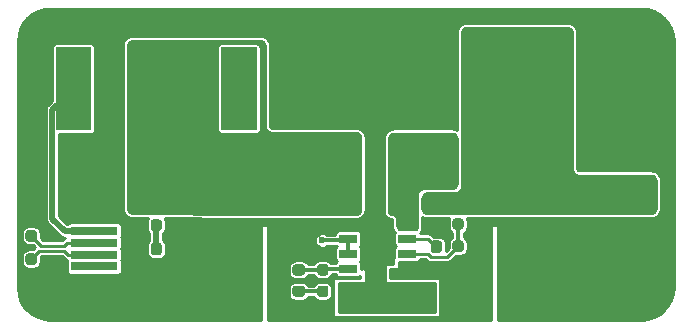
<source format=gbr>
%TF.GenerationSoftware,KiCad,Pcbnew,(5.1.9)-1*%
%TF.CreationDate,2021-11-10T21:50:44+01:00*%
%TF.ProjectId,smoke_extractor,736d6f6b-655f-4657-9874-726163746f72,rev?*%
%TF.SameCoordinates,Original*%
%TF.FileFunction,Copper,L1,Top*%
%TF.FilePolarity,Positive*%
%FSLAX46Y46*%
G04 Gerber Fmt 4.6, Leading zero omitted, Abs format (unit mm)*
G04 Created by KiCad (PCBNEW (5.1.9)-1) date 2021-11-10 21:50:44*
%MOMM*%
%LPD*%
G01*
G04 APERTURE LIST*
%TA.AperFunction,SMDPad,CuDef*%
%ADD10R,2.000000X2.000000*%
%TD*%
%TA.AperFunction,ComponentPad*%
%ADD11C,0.800000*%
%TD*%
%TA.AperFunction,ComponentPad*%
%ADD12C,6.400000*%
%TD*%
%TA.AperFunction,ComponentPad*%
%ADD13O,2.000000X1.700000*%
%TD*%
%TA.AperFunction,ComponentPad*%
%ADD14O,1.700000X2.000000*%
%TD*%
%TA.AperFunction,SMDPad,CuDef*%
%ADD15R,1.600000X5.700000*%
%TD*%
%TA.AperFunction,SMDPad,CuDef*%
%ADD16R,2.300000X5.700000*%
%TD*%
%TA.AperFunction,ComponentPad*%
%ADD17C,1.600000*%
%TD*%
%TA.AperFunction,ComponentPad*%
%ADD18R,1.600000X1.600000*%
%TD*%
%TA.AperFunction,SMDPad,CuDef*%
%ADD19R,4.000000X0.700000*%
%TD*%
%TA.AperFunction,SMDPad,CuDef*%
%ADD20R,4.000000X0.800000*%
%TD*%
%TA.AperFunction,SMDPad,CuDef*%
%ADD21R,4.000000X0.900000*%
%TD*%
%TA.AperFunction,ComponentPad*%
%ADD22C,0.100000*%
%TD*%
%TA.AperFunction,SMDPad,CuDef*%
%ADD23R,1.505000X0.802000*%
%TD*%
%TA.AperFunction,SMDPad,CuDef*%
%ADD24R,2.613000X3.502000*%
%TD*%
%TA.AperFunction,ViaPad*%
%ADD25C,0.600000*%
%TD*%
%TA.AperFunction,Conductor*%
%ADD26C,0.300000*%
%TD*%
%TA.AperFunction,Conductor*%
%ADD27C,0.250000*%
%TD*%
%TA.AperFunction,Conductor*%
%ADD28C,0.500000*%
%TD*%
%TA.AperFunction,Conductor*%
%ADD29C,0.254000*%
%TD*%
%TA.AperFunction,Conductor*%
%ADD30C,0.100000*%
%TD*%
G04 APERTURE END LIST*
D10*
%TO.P,D1,2*%
%TO.N,Net-(D1-Pad2)*%
X128300000Y-82300000D03*
%TO.P,D1,1*%
%TO.N,12V*%
X131100000Y-82300000D03*
%TD*%
D11*
%TO.P,H2,1*%
%TO.N,GND*%
X145397056Y-71302944D03*
X143700000Y-70600000D03*
X142002944Y-71302944D03*
X141300000Y-73000000D03*
X142002944Y-74697056D03*
X143700000Y-75400000D03*
X145397056Y-74697056D03*
X146100000Y-73000000D03*
D12*
X143700000Y-73000000D03*
%TD*%
D13*
%TO.P,J3,2*%
%TO.N,GND*%
X144500000Y-81900000D03*
%TO.P,J3,1*%
%TO.N,12V*%
%TA.AperFunction,ComponentPad*%
G36*
G01*
X145250000Y-85250000D02*
X143750000Y-85250000D01*
G75*
G02*
X143500000Y-85000000I0J250000D01*
G01*
X143500000Y-83800000D01*
G75*
G02*
X143750000Y-83550000I250000J0D01*
G01*
X145250000Y-83550000D01*
G75*
G02*
X145500000Y-83800000I0J-250000D01*
G01*
X145500000Y-85000000D01*
G75*
G02*
X145250000Y-85250000I-250000J0D01*
G01*
G37*
%TD.AperFunction*%
%TD*%
D14*
%TO.P,J2,2*%
%TO.N,GND*%
X128200000Y-72300000D03*
%TO.P,J2,1*%
%TO.N,12V*%
%TA.AperFunction,ComponentPad*%
G36*
G01*
X131550000Y-71550000D02*
X131550000Y-73050000D01*
G75*
G02*
X131300000Y-73300000I-250000J0D01*
G01*
X130100000Y-73300000D01*
G75*
G02*
X129850000Y-73050000I0J250000D01*
G01*
X129850000Y-71550000D01*
G75*
G02*
X130100000Y-71300000I250000J0D01*
G01*
X131300000Y-71300000D01*
G75*
G02*
X131550000Y-71550000I0J-250000D01*
G01*
G37*
%TD.AperFunction*%
%TD*%
D15*
%TO.P,L1,2*%
%TO.N,Net-(C1-Pad1)*%
X120150000Y-82950000D03*
D16*
%TO.P,L1,1*%
%TO.N,Net-(D1-Pad2)*%
X124850000Y-82950000D03*
%TD*%
%TO.P,R4,2*%
%TO.N,Net-(D2-Pad2)*%
%TA.AperFunction,SMDPad,CuDef*%
G36*
G01*
X103562500Y-87025000D02*
X104037500Y-87025000D01*
G75*
G02*
X104275000Y-87262500I0J-237500D01*
G01*
X104275000Y-87762500D01*
G75*
G02*
X104037500Y-88000000I-237500J0D01*
G01*
X103562500Y-88000000D01*
G75*
G02*
X103325000Y-87762500I0J237500D01*
G01*
X103325000Y-87262500D01*
G75*
G02*
X103562500Y-87025000I237500J0D01*
G01*
G37*
%TD.AperFunction*%
%TO.P,R4,1*%
%TO.N,Net-(C1-Pad1)*%
%TA.AperFunction,SMDPad,CuDef*%
G36*
G01*
X103562500Y-85200000D02*
X104037500Y-85200000D01*
G75*
G02*
X104275000Y-85437500I0J-237500D01*
G01*
X104275000Y-85937500D01*
G75*
G02*
X104037500Y-86175000I-237500J0D01*
G01*
X103562500Y-86175000D01*
G75*
G02*
X103325000Y-85937500I0J237500D01*
G01*
X103325000Y-85437500D01*
G75*
G02*
X103562500Y-85200000I237500J0D01*
G01*
G37*
%TD.AperFunction*%
%TD*%
%TO.P,D2,2*%
%TO.N,Net-(D2-Pad2)*%
%TA.AperFunction,SMDPad,CuDef*%
G36*
G01*
X104037500Y-90050000D02*
X103562500Y-90050000D01*
G75*
G02*
X103325000Y-89812500I0J237500D01*
G01*
X103325000Y-89237500D01*
G75*
G02*
X103562500Y-89000000I237500J0D01*
G01*
X104037500Y-89000000D01*
G75*
G02*
X104275000Y-89237500I0J-237500D01*
G01*
X104275000Y-89812500D01*
G75*
G02*
X104037500Y-90050000I-237500J0D01*
G01*
G37*
%TD.AperFunction*%
%TO.P,D2,1*%
%TO.N,GND*%
%TA.AperFunction,SMDPad,CuDef*%
G36*
G01*
X104037500Y-91800000D02*
X103562500Y-91800000D01*
G75*
G02*
X103325000Y-91562500I0J237500D01*
G01*
X103325000Y-90987500D01*
G75*
G02*
X103562500Y-90750000I237500J0D01*
G01*
X104037500Y-90750000D01*
G75*
G02*
X104275000Y-90987500I0J-237500D01*
G01*
X104275000Y-91562500D01*
G75*
G02*
X104037500Y-91800000I-237500J0D01*
G01*
G37*
%TD.AperFunction*%
%TD*%
D17*
%TO.P,C3,2*%
%TO.N,GND*%
X109750000Y-89150000D03*
D18*
%TO.P,C3,1*%
%TO.N,Net-(C1-Pad1)*%
X109750000Y-85650000D03*
%TD*%
%TO.P,C1,2*%
%TO.N,GND*%
%TA.AperFunction,SMDPad,CuDef*%
G36*
G01*
X117562500Y-86975000D02*
X118037500Y-86975000D01*
G75*
G02*
X118275000Y-87212500I0J-237500D01*
G01*
X118275000Y-87812500D01*
G75*
G02*
X118037500Y-88050000I-237500J0D01*
G01*
X117562500Y-88050000D01*
G75*
G02*
X117325000Y-87812500I0J237500D01*
G01*
X117325000Y-87212500D01*
G75*
G02*
X117562500Y-86975000I237500J0D01*
G01*
G37*
%TD.AperFunction*%
%TO.P,C1,1*%
%TO.N,Net-(C1-Pad1)*%
%TA.AperFunction,SMDPad,CuDef*%
G36*
G01*
X117562500Y-85250000D02*
X118037500Y-85250000D01*
G75*
G02*
X118275000Y-85487500I0J-237500D01*
G01*
X118275000Y-86087500D01*
G75*
G02*
X118037500Y-86325000I-237500J0D01*
G01*
X117562500Y-86325000D01*
G75*
G02*
X117325000Y-86087500I0J237500D01*
G01*
X117325000Y-85487500D01*
G75*
G02*
X117562500Y-85250000I237500J0D01*
G01*
G37*
%TD.AperFunction*%
%TD*%
%TO.P,R3,2*%
%TO.N,GND*%
%TA.AperFunction,SMDPad,CuDef*%
G36*
G01*
X129112500Y-90625000D02*
X129587500Y-90625000D01*
G75*
G02*
X129825000Y-90862500I0J-237500D01*
G01*
X129825000Y-91362500D01*
G75*
G02*
X129587500Y-91600000I-237500J0D01*
G01*
X129112500Y-91600000D01*
G75*
G02*
X128875000Y-91362500I0J237500D01*
G01*
X128875000Y-90862500D01*
G75*
G02*
X129112500Y-90625000I237500J0D01*
G01*
G37*
%TD.AperFunction*%
%TO.P,R3,1*%
%TO.N,Net-(R2-Pad2)*%
%TA.AperFunction,SMDPad,CuDef*%
G36*
G01*
X129112500Y-88800000D02*
X129587500Y-88800000D01*
G75*
G02*
X129825000Y-89037500I0J-237500D01*
G01*
X129825000Y-89537500D01*
G75*
G02*
X129587500Y-89775000I-237500J0D01*
G01*
X129112500Y-89775000D01*
G75*
G02*
X128875000Y-89537500I0J237500D01*
G01*
X128875000Y-89037500D01*
G75*
G02*
X129112500Y-88800000I237500J0D01*
G01*
G37*
%TD.AperFunction*%
%TD*%
D11*
%TO.P,H1,1*%
%TO.N,GND*%
X121197056Y-71302944D03*
X119500000Y-70600000D03*
X117802944Y-71302944D03*
X117100000Y-73000000D03*
X117802944Y-74697056D03*
X119500000Y-75400000D03*
X121197056Y-74697056D03*
X121900000Y-73000000D03*
D12*
X119500000Y-73000000D03*
%TD*%
D19*
%TO.P,U2,B5*%
%TO.N,Net-(R5-Pad1)*%
X98550000Y-89000000D03*
%TO.P,U2,A5*%
%TO.N,Net-(R6-Pad1)*%
X98550000Y-90000000D03*
D20*
%TO.P,U2,A9*%
%TO.N,+5V*%
X98550000Y-88000000D03*
%TO.P,U2,B9*%
%TO.N,Net-(U2-PadB9)*%
X98550000Y-91000000D03*
D21*
%TO.P,U2,A12*%
%TO.N,GND*%
X98550000Y-86750000D03*
%TO.P,U2,B12*%
X98550000Y-92250000D03*
%TA.AperFunction,ComponentPad*%
D22*
%TO.P,U2,SHELL*%
G36*
X97500000Y-84700000D02*
G01*
X97500000Y-85700000D01*
X95800000Y-85700000D01*
X95800000Y-84700000D01*
X97500000Y-84700000D01*
G37*
%TD.AperFunction*%
%TA.AperFunction,ComponentPad*%
G36*
X97500000Y-93250000D02*
G01*
X97500000Y-94250000D01*
X95800000Y-94250000D01*
X95800000Y-93250000D01*
X97500000Y-93250000D01*
G37*
%TD.AperFunction*%
%TD*%
D23*
%TO.P,U1,1*%
%TO.N,GND*%
X120052500Y-87395000D03*
%TO.P,U1,2*%
%TO.N,Net-(C1-Pad1)*%
X120052500Y-88665000D03*
%TO.P,U1,3*%
X120052500Y-89935000D03*
%TO.P,U1,4*%
%TO.N,Net-(C5-Pad1)*%
X120052500Y-91205000D03*
%TO.P,U1,5*%
%TO.N,GND*%
X125047500Y-91205000D03*
%TO.P,U1,6*%
%TO.N,Net-(R2-Pad2)*%
X125047500Y-89935000D03*
%TO.P,U1,7*%
%TO.N,Net-(C6-Pad1)*%
X125047500Y-88665000D03*
%TO.P,U1,8*%
%TO.N,Net-(D1-Pad2)*%
X125047500Y-87395000D03*
D24*
%TO.P,U1,9*%
%TO.N,GND*%
X122550000Y-89300000D03*
%TD*%
%TA.AperFunction,ComponentPad*%
D22*
%TO.P,SW1,1*%
%TO.N,+5V*%
G36*
X95300000Y-79450000D02*
G01*
X95300000Y-72450000D01*
X98300000Y-72450000D01*
X98300000Y-79450000D01*
X95300000Y-79450000D01*
G37*
%TD.AperFunction*%
%TA.AperFunction,ComponentPad*%
%TO.P,SW1,2*%
%TO.N,Net-(C1-Pad1)*%
G36*
X102300000Y-79450000D02*
G01*
X102300000Y-72450000D01*
X105300000Y-72450000D01*
X105300000Y-79450000D01*
X102300000Y-79450000D01*
G37*
%TD.AperFunction*%
%TA.AperFunction,ComponentPad*%
%TO.P,SW1,3*%
%TO.N,N/C*%
G36*
X109300000Y-79450000D02*
G01*
X109300000Y-72450000D01*
X112300000Y-72450000D01*
X112300000Y-79450000D01*
X109300000Y-79450000D01*
G37*
%TD.AperFunction*%
%TD*%
%TO.P,R6,2*%
%TO.N,GND*%
%TA.AperFunction,SMDPad,CuDef*%
G36*
G01*
X92962500Y-91725000D02*
X93437500Y-91725000D01*
G75*
G02*
X93675000Y-91962500I0J-237500D01*
G01*
X93675000Y-92462500D01*
G75*
G02*
X93437500Y-92700000I-237500J0D01*
G01*
X92962500Y-92700000D01*
G75*
G02*
X92725000Y-92462500I0J237500D01*
G01*
X92725000Y-91962500D01*
G75*
G02*
X92962500Y-91725000I237500J0D01*
G01*
G37*
%TD.AperFunction*%
%TO.P,R6,1*%
%TO.N,Net-(R6-Pad1)*%
%TA.AperFunction,SMDPad,CuDef*%
G36*
G01*
X92962500Y-89900000D02*
X93437500Y-89900000D01*
G75*
G02*
X93675000Y-90137500I0J-237500D01*
G01*
X93675000Y-90637500D01*
G75*
G02*
X93437500Y-90875000I-237500J0D01*
G01*
X92962500Y-90875000D01*
G75*
G02*
X92725000Y-90637500I0J237500D01*
G01*
X92725000Y-90137500D01*
G75*
G02*
X92962500Y-89900000I237500J0D01*
G01*
G37*
%TD.AperFunction*%
%TD*%
%TO.P,R5,2*%
%TO.N,GND*%
%TA.AperFunction,SMDPad,CuDef*%
G36*
G01*
X93437500Y-87075000D02*
X92962500Y-87075000D01*
G75*
G02*
X92725000Y-86837500I0J237500D01*
G01*
X92725000Y-86337500D01*
G75*
G02*
X92962500Y-86100000I237500J0D01*
G01*
X93437500Y-86100000D01*
G75*
G02*
X93675000Y-86337500I0J-237500D01*
G01*
X93675000Y-86837500D01*
G75*
G02*
X93437500Y-87075000I-237500J0D01*
G01*
G37*
%TD.AperFunction*%
%TO.P,R5,1*%
%TO.N,Net-(R5-Pad1)*%
%TA.AperFunction,SMDPad,CuDef*%
G36*
G01*
X93437500Y-88900000D02*
X92962500Y-88900000D01*
G75*
G02*
X92725000Y-88662500I0J237500D01*
G01*
X92725000Y-88162500D01*
G75*
G02*
X92962500Y-87925000I237500J0D01*
G01*
X93437500Y-87925000D01*
G75*
G02*
X93675000Y-88162500I0J-237500D01*
G01*
X93675000Y-88662500D01*
G75*
G02*
X93437500Y-88900000I-237500J0D01*
G01*
G37*
%TD.AperFunction*%
%TD*%
%TO.P,R2,2*%
%TO.N,Net-(R2-Pad2)*%
%TA.AperFunction,SMDPad,CuDef*%
G36*
G01*
X129112500Y-86925000D02*
X129587500Y-86925000D01*
G75*
G02*
X129825000Y-87162500I0J-237500D01*
G01*
X129825000Y-87662500D01*
G75*
G02*
X129587500Y-87900000I-237500J0D01*
G01*
X129112500Y-87900000D01*
G75*
G02*
X128875000Y-87662500I0J237500D01*
G01*
X128875000Y-87162500D01*
G75*
G02*
X129112500Y-86925000I237500J0D01*
G01*
G37*
%TD.AperFunction*%
%TO.P,R2,1*%
%TO.N,12V*%
%TA.AperFunction,SMDPad,CuDef*%
G36*
G01*
X129112500Y-85100000D02*
X129587500Y-85100000D01*
G75*
G02*
X129825000Y-85337500I0J-237500D01*
G01*
X129825000Y-85837500D01*
G75*
G02*
X129587500Y-86075000I-237500J0D01*
G01*
X129112500Y-86075000D01*
G75*
G02*
X128875000Y-85837500I0J237500D01*
G01*
X128875000Y-85337500D01*
G75*
G02*
X129112500Y-85100000I237500J0D01*
G01*
G37*
%TD.AperFunction*%
%TD*%
%TO.P,R1,2*%
%TO.N,Net-(C4-Pad1)*%
%TA.AperFunction,SMDPad,CuDef*%
G36*
G01*
X117662500Y-92625000D02*
X118137500Y-92625000D01*
G75*
G02*
X118375000Y-92862500I0J-237500D01*
G01*
X118375000Y-93362500D01*
G75*
G02*
X118137500Y-93600000I-237500J0D01*
G01*
X117662500Y-93600000D01*
G75*
G02*
X117425000Y-93362500I0J237500D01*
G01*
X117425000Y-92862500D01*
G75*
G02*
X117662500Y-92625000I237500J0D01*
G01*
G37*
%TD.AperFunction*%
%TO.P,R1,1*%
%TO.N,Net-(C5-Pad1)*%
%TA.AperFunction,SMDPad,CuDef*%
G36*
G01*
X117662500Y-90800000D02*
X118137500Y-90800000D01*
G75*
G02*
X118375000Y-91037500I0J-237500D01*
G01*
X118375000Y-91537500D01*
G75*
G02*
X118137500Y-91775000I-237500J0D01*
G01*
X117662500Y-91775000D01*
G75*
G02*
X117425000Y-91537500I0J237500D01*
G01*
X117425000Y-91037500D01*
G75*
G02*
X117662500Y-90800000I237500J0D01*
G01*
G37*
%TD.AperFunction*%
%TD*%
D17*
%TO.P,C8,2*%
%TO.N,GND*%
X136850000Y-89100000D03*
D18*
%TO.P,C8,1*%
%TO.N,12V*%
X136850000Y-85600000D03*
%TD*%
%TO.P,C7,2*%
%TO.N,GND*%
%TA.AperFunction,SMDPad,CuDef*%
G36*
G01*
X131012500Y-86825000D02*
X131487500Y-86825000D01*
G75*
G02*
X131725000Y-87062500I0J-237500D01*
G01*
X131725000Y-87662500D01*
G75*
G02*
X131487500Y-87900000I-237500J0D01*
G01*
X131012500Y-87900000D01*
G75*
G02*
X130775000Y-87662500I0J237500D01*
G01*
X130775000Y-87062500D01*
G75*
G02*
X131012500Y-86825000I237500J0D01*
G01*
G37*
%TD.AperFunction*%
%TO.P,C7,1*%
%TO.N,12V*%
%TA.AperFunction,SMDPad,CuDef*%
G36*
G01*
X131012500Y-85100000D02*
X131487500Y-85100000D01*
G75*
G02*
X131725000Y-85337500I0J-237500D01*
G01*
X131725000Y-85937500D01*
G75*
G02*
X131487500Y-86175000I-237500J0D01*
G01*
X131012500Y-86175000D01*
G75*
G02*
X130775000Y-85937500I0J237500D01*
G01*
X130775000Y-85337500D01*
G75*
G02*
X131012500Y-85100000I237500J0D01*
G01*
G37*
%TD.AperFunction*%
%TD*%
%TO.P,C6,2*%
%TO.N,GND*%
%TA.AperFunction,SMDPad,CuDef*%
G36*
G01*
X127262500Y-90525000D02*
X127737500Y-90525000D01*
G75*
G02*
X127975000Y-90762500I0J-237500D01*
G01*
X127975000Y-91362500D01*
G75*
G02*
X127737500Y-91600000I-237500J0D01*
G01*
X127262500Y-91600000D01*
G75*
G02*
X127025000Y-91362500I0J237500D01*
G01*
X127025000Y-90762500D01*
G75*
G02*
X127262500Y-90525000I237500J0D01*
G01*
G37*
%TD.AperFunction*%
%TO.P,C6,1*%
%TO.N,Net-(C6-Pad1)*%
%TA.AperFunction,SMDPad,CuDef*%
G36*
G01*
X127262500Y-88800000D02*
X127737500Y-88800000D01*
G75*
G02*
X127975000Y-89037500I0J-237500D01*
G01*
X127975000Y-89637500D01*
G75*
G02*
X127737500Y-89875000I-237500J0D01*
G01*
X127262500Y-89875000D01*
G75*
G02*
X127025000Y-89637500I0J237500D01*
G01*
X127025000Y-89037500D01*
G75*
G02*
X127262500Y-88800000I237500J0D01*
G01*
G37*
%TD.AperFunction*%
%TD*%
%TO.P,C5,2*%
%TO.N,GND*%
%TA.AperFunction,SMDPad,CuDef*%
G36*
G01*
X114675000Y-91062500D02*
X114675000Y-91537500D01*
G75*
G02*
X114437500Y-91775000I-237500J0D01*
G01*
X113837500Y-91775000D01*
G75*
G02*
X113600000Y-91537500I0J237500D01*
G01*
X113600000Y-91062500D01*
G75*
G02*
X113837500Y-90825000I237500J0D01*
G01*
X114437500Y-90825000D01*
G75*
G02*
X114675000Y-91062500I0J-237500D01*
G01*
G37*
%TD.AperFunction*%
%TO.P,C5,1*%
%TO.N,Net-(C5-Pad1)*%
%TA.AperFunction,SMDPad,CuDef*%
G36*
G01*
X116400000Y-91062500D02*
X116400000Y-91537500D01*
G75*
G02*
X116162500Y-91775000I-237500J0D01*
G01*
X115562500Y-91775000D01*
G75*
G02*
X115325000Y-91537500I0J237500D01*
G01*
X115325000Y-91062500D01*
G75*
G02*
X115562500Y-90825000I237500J0D01*
G01*
X116162500Y-90825000D01*
G75*
G02*
X116400000Y-91062500I0J-237500D01*
G01*
G37*
%TD.AperFunction*%
%TD*%
%TO.P,C4,2*%
%TO.N,GND*%
%TA.AperFunction,SMDPad,CuDef*%
G36*
G01*
X114675000Y-92862500D02*
X114675000Y-93337500D01*
G75*
G02*
X114437500Y-93575000I-237500J0D01*
G01*
X113837500Y-93575000D01*
G75*
G02*
X113600000Y-93337500I0J237500D01*
G01*
X113600000Y-92862500D01*
G75*
G02*
X113837500Y-92625000I237500J0D01*
G01*
X114437500Y-92625000D01*
G75*
G02*
X114675000Y-92862500I0J-237500D01*
G01*
G37*
%TD.AperFunction*%
%TO.P,C4,1*%
%TO.N,Net-(C4-Pad1)*%
%TA.AperFunction,SMDPad,CuDef*%
G36*
G01*
X116400000Y-92862500D02*
X116400000Y-93337500D01*
G75*
G02*
X116162500Y-93575000I-237500J0D01*
G01*
X115562500Y-93575000D01*
G75*
G02*
X115325000Y-93337500I0J237500D01*
G01*
X115325000Y-92862500D01*
G75*
G02*
X115562500Y-92625000I237500J0D01*
G01*
X116162500Y-92625000D01*
G75*
G02*
X116400000Y-92862500I0J-237500D01*
G01*
G37*
%TD.AperFunction*%
%TD*%
%TO.P,C2,2*%
%TO.N,GND*%
%TA.AperFunction,SMDPad,CuDef*%
G36*
G01*
X115662500Y-86975000D02*
X116137500Y-86975000D01*
G75*
G02*
X116375000Y-87212500I0J-237500D01*
G01*
X116375000Y-87812500D01*
G75*
G02*
X116137500Y-88050000I-237500J0D01*
G01*
X115662500Y-88050000D01*
G75*
G02*
X115425000Y-87812500I0J237500D01*
G01*
X115425000Y-87212500D01*
G75*
G02*
X115662500Y-86975000I237500J0D01*
G01*
G37*
%TD.AperFunction*%
%TO.P,C2,1*%
%TO.N,Net-(C1-Pad1)*%
%TA.AperFunction,SMDPad,CuDef*%
G36*
G01*
X115662500Y-85250000D02*
X116137500Y-85250000D01*
G75*
G02*
X116375000Y-85487500I0J-237500D01*
G01*
X116375000Y-86087500D01*
G75*
G02*
X116137500Y-86325000I-237500J0D01*
G01*
X115662500Y-86325000D01*
G75*
G02*
X115425000Y-86087500I0J237500D01*
G01*
X115425000Y-85487500D01*
G75*
G02*
X115662500Y-85250000I237500J0D01*
G01*
G37*
%TD.AperFunction*%
%TD*%
D25*
%TO.N,GND*%
X121900000Y-80700000D03*
X122800000Y-80700000D03*
X122800000Y-81700000D03*
X121900000Y-81700000D03*
X122800000Y-82700000D03*
X121900000Y-82700000D03*
X122800000Y-83700000D03*
X121900000Y-83700000D03*
X121900000Y-84800000D03*
X122800000Y-84800000D03*
X122800000Y-85800000D03*
X121900000Y-85800000D03*
X122800000Y-79700000D03*
X121900000Y-79700000D03*
X122800000Y-86900000D03*
X121900000Y-86900000D03*
X122800000Y-87900000D03*
X121900000Y-87900000D03*
X122800000Y-89000000D03*
X121900000Y-90000000D03*
X121900000Y-89000000D03*
X122800000Y-90000000D03*
X121900000Y-91200000D03*
X122800000Y-92200000D03*
X122800000Y-91200000D03*
X121900000Y-92200000D03*
X121900000Y-94200000D03*
X121900000Y-93200000D03*
X122800000Y-94200000D03*
X122800000Y-93200000D03*
X123900000Y-93200000D03*
X124800000Y-93200000D03*
X123900000Y-94200000D03*
X124800000Y-94200000D03*
X119900000Y-94200000D03*
X120800000Y-94200000D03*
X120800000Y-93200000D03*
X119900000Y-93200000D03*
X126800000Y-94200000D03*
X126800000Y-93200000D03*
X125900000Y-94200000D03*
X125900000Y-93200000D03*
X122800000Y-78700000D03*
X121900000Y-77700000D03*
X121900000Y-78700000D03*
X122800000Y-77700000D03*
X123900000Y-77700000D03*
X124800000Y-78700000D03*
X123900000Y-78700000D03*
X124800000Y-77700000D03*
X125900000Y-77700000D03*
X126800000Y-77700000D03*
X125900000Y-78700000D03*
X126800000Y-78700000D03*
X128700000Y-77700000D03*
X127800000Y-78700000D03*
X128700000Y-78700000D03*
X127800000Y-77700000D03*
X133200000Y-91900000D03*
X136100000Y-90900000D03*
X134100000Y-91900000D03*
X134100000Y-90900000D03*
X136100000Y-91900000D03*
X133200000Y-90900000D03*
X135200000Y-90900000D03*
X135200000Y-91900000D03*
X136100000Y-93900000D03*
X134100000Y-92900000D03*
X135200000Y-92900000D03*
X133200000Y-93900000D03*
X135200000Y-93900000D03*
X136100000Y-92900000D03*
X133200000Y-92900000D03*
X134100000Y-93900000D03*
X134100000Y-89000000D03*
X133200000Y-90000000D03*
X133200000Y-89000000D03*
X134100000Y-90000000D03*
X133200000Y-88100000D03*
X134100000Y-88100000D03*
X137200000Y-90900000D03*
X138100000Y-91900000D03*
X138100000Y-90900000D03*
X137200000Y-91900000D03*
X138100000Y-93900000D03*
X137200000Y-92900000D03*
X137200000Y-93900000D03*
X138100000Y-92900000D03*
X140100000Y-91900000D03*
X139200000Y-91900000D03*
X139200000Y-90900000D03*
X140100000Y-90900000D03*
X139200000Y-93900000D03*
X139200000Y-92900000D03*
X140100000Y-93900000D03*
X140100000Y-92900000D03*
X135200000Y-88100000D03*
X135200000Y-89000000D03*
X135200000Y-90000000D03*
X112300000Y-88300000D03*
X112300000Y-87300000D03*
X111400000Y-88300000D03*
X111400000Y-87300000D03*
X114100000Y-88300000D03*
X114100000Y-87300000D03*
X111400000Y-90300000D03*
X112300000Y-89300000D03*
X111400000Y-89300000D03*
X112300000Y-90300000D03*
X121000000Y-77700000D03*
X121000000Y-78700000D03*
X127700000Y-87750000D03*
X126800000Y-87750000D03*
%TO.N,Net-(C1-Pad1)*%
X117850000Y-84150000D03*
X117850000Y-88800000D03*
%TD*%
D26*
%TO.N,Net-(C1-Pad1)*%
X120037500Y-88650000D02*
X120052500Y-88665000D01*
X117800000Y-84200000D02*
X117800000Y-85537500D01*
X120052500Y-89935000D02*
X120052500Y-88665000D01*
X119917500Y-88800000D02*
X120052500Y-88665000D01*
X117850000Y-88800000D02*
X119917500Y-88800000D01*
%TO.N,Net-(C4-Pad1)*%
X117887500Y-93100000D02*
X117900000Y-93112500D01*
X115862500Y-93100000D02*
X117887500Y-93100000D01*
%TO.N,Net-(C5-Pad1)*%
X117982500Y-91205000D02*
X117900000Y-91287500D01*
X120052500Y-91205000D02*
X117982500Y-91205000D01*
X115875000Y-91287500D02*
X115862500Y-91300000D01*
X117900000Y-91287500D02*
X115875000Y-91287500D01*
D27*
%TO.N,Net-(C6-Pad1)*%
X126827500Y-88665000D02*
X127500000Y-89337500D01*
X125047500Y-88665000D02*
X126827500Y-88665000D01*
D26*
%TO.N,Net-(R2-Pad2)*%
X129350000Y-89287500D02*
X129350000Y-87412500D01*
D27*
X128437500Y-90200000D02*
X129350000Y-89287500D01*
X127029490Y-90200000D02*
X128437500Y-90200000D01*
X126764490Y-89935000D02*
X127029490Y-90200000D01*
X125047500Y-89935000D02*
X126764490Y-89935000D01*
%TO.N,Net-(R5-Pad1)*%
X98550000Y-89000000D02*
X96249990Y-89000000D01*
X96249990Y-89000000D02*
X96000000Y-89249990D01*
X94037490Y-89249990D02*
X93200000Y-88412500D01*
X96000000Y-89249990D02*
X94037490Y-89249990D01*
%TO.N,Net-(R6-Pad1)*%
X98550000Y-90000000D02*
X96300000Y-90000000D01*
X96300000Y-90000000D02*
X96000000Y-89700000D01*
X93887500Y-89700000D02*
X93200000Y-90387500D01*
X96000000Y-89700000D02*
X93887500Y-89700000D01*
D28*
%TO.N,+5V*%
X96050000Y-88000000D02*
X95000000Y-86950000D01*
X98550000Y-88000000D02*
X96050000Y-88000000D01*
X95000000Y-77750000D02*
X96800000Y-75950000D01*
X95000000Y-86950000D02*
X95000000Y-77750000D01*
%TO.N,Net-(D2-Pad2)*%
X103800000Y-87512500D02*
X103800000Y-89525000D01*
%TD*%
D29*
%TO.N,Net-(C1-Pad1)*%
X112696257Y-71940769D02*
X112785955Y-71977923D01*
X112862976Y-72037024D01*
X112922077Y-72114045D01*
X112959231Y-72203743D01*
X112973000Y-72308328D01*
X112973000Y-79100000D01*
X112974086Y-79116577D01*
X112991123Y-79245987D01*
X112999704Y-79278011D01*
X113049654Y-79398601D01*
X113066232Y-79427313D01*
X113145692Y-79530866D01*
X113169134Y-79554308D01*
X113272687Y-79633768D01*
X113301399Y-79650346D01*
X113421989Y-79700296D01*
X113454013Y-79708877D01*
X113583423Y-79725914D01*
X113600000Y-79727000D01*
X120691672Y-79727000D01*
X120796257Y-79740769D01*
X120885955Y-79777923D01*
X120962976Y-79837024D01*
X121022077Y-79914045D01*
X121059231Y-80003743D01*
X121073000Y-80108328D01*
X121073000Y-86191672D01*
X121059231Y-86296257D01*
X121022077Y-86385955D01*
X120962976Y-86462976D01*
X120885955Y-86522077D01*
X120796257Y-86559231D01*
X120691672Y-86573000D01*
X110703660Y-86573000D01*
X110698004Y-86572963D01*
X103104960Y-86473054D01*
X103104119Y-86473046D01*
X103097541Y-86473003D01*
X103096711Y-86473000D01*
X101808328Y-86473000D01*
X101703743Y-86459231D01*
X101614045Y-86422077D01*
X101537024Y-86362976D01*
X101477923Y-86285955D01*
X101440769Y-86196257D01*
X101427000Y-86091672D01*
X101427000Y-72450000D01*
X108971418Y-72450000D01*
X108971418Y-79450000D01*
X108977732Y-79514103D01*
X108996430Y-79575743D01*
X109026794Y-79632550D01*
X109067657Y-79682343D01*
X109117450Y-79723206D01*
X109174257Y-79753570D01*
X109235897Y-79772268D01*
X109300000Y-79778582D01*
X112300000Y-79778582D01*
X112364103Y-79772268D01*
X112425743Y-79753570D01*
X112482550Y-79723206D01*
X112532343Y-79682343D01*
X112573206Y-79632550D01*
X112603570Y-79575743D01*
X112622268Y-79514103D01*
X112628582Y-79450000D01*
X112628582Y-72450000D01*
X112622268Y-72385897D01*
X112603570Y-72324257D01*
X112573206Y-72267450D01*
X112532343Y-72217657D01*
X112482550Y-72176794D01*
X112425743Y-72146430D01*
X112364103Y-72127732D01*
X112300000Y-72121418D01*
X109300000Y-72121418D01*
X109235897Y-72127732D01*
X109174257Y-72146430D01*
X109117450Y-72176794D01*
X109067657Y-72217657D01*
X109026794Y-72267450D01*
X108996430Y-72324257D01*
X108977732Y-72385897D01*
X108971418Y-72450000D01*
X101427000Y-72450000D01*
X101427000Y-72308328D01*
X101440769Y-72203743D01*
X101477923Y-72114045D01*
X101537024Y-72037024D01*
X101614045Y-71977923D01*
X101703743Y-71940769D01*
X101808328Y-71927000D01*
X112591672Y-71927000D01*
X112696257Y-71940769D01*
%TA.AperFunction,Conductor*%
D30*
G36*
X112696257Y-71940769D02*
G01*
X112785955Y-71977923D01*
X112862976Y-72037024D01*
X112922077Y-72114045D01*
X112959231Y-72203743D01*
X112973000Y-72308328D01*
X112973000Y-79100000D01*
X112974086Y-79116577D01*
X112991123Y-79245987D01*
X112999704Y-79278011D01*
X113049654Y-79398601D01*
X113066232Y-79427313D01*
X113145692Y-79530866D01*
X113169134Y-79554308D01*
X113272687Y-79633768D01*
X113301399Y-79650346D01*
X113421989Y-79700296D01*
X113454013Y-79708877D01*
X113583423Y-79725914D01*
X113600000Y-79727000D01*
X120691672Y-79727000D01*
X120796257Y-79740769D01*
X120885955Y-79777923D01*
X120962976Y-79837024D01*
X121022077Y-79914045D01*
X121059231Y-80003743D01*
X121073000Y-80108328D01*
X121073000Y-86191672D01*
X121059231Y-86296257D01*
X121022077Y-86385955D01*
X120962976Y-86462976D01*
X120885955Y-86522077D01*
X120796257Y-86559231D01*
X120691672Y-86573000D01*
X110703660Y-86573000D01*
X110698004Y-86572963D01*
X103104960Y-86473054D01*
X103104119Y-86473046D01*
X103097541Y-86473003D01*
X103096711Y-86473000D01*
X101808328Y-86473000D01*
X101703743Y-86459231D01*
X101614045Y-86422077D01*
X101537024Y-86362976D01*
X101477923Y-86285955D01*
X101440769Y-86196257D01*
X101427000Y-86091672D01*
X101427000Y-72450000D01*
X108971418Y-72450000D01*
X108971418Y-79450000D01*
X108977732Y-79514103D01*
X108996430Y-79575743D01*
X109026794Y-79632550D01*
X109067657Y-79682343D01*
X109117450Y-79723206D01*
X109174257Y-79753570D01*
X109235897Y-79772268D01*
X109300000Y-79778582D01*
X112300000Y-79778582D01*
X112364103Y-79772268D01*
X112425743Y-79753570D01*
X112482550Y-79723206D01*
X112532343Y-79682343D01*
X112573206Y-79632550D01*
X112603570Y-79575743D01*
X112622268Y-79514103D01*
X112628582Y-79450000D01*
X112628582Y-72450000D01*
X112622268Y-72385897D01*
X112603570Y-72324257D01*
X112573206Y-72267450D01*
X112532343Y-72217657D01*
X112482550Y-72176794D01*
X112425743Y-72146430D01*
X112364103Y-72127732D01*
X112300000Y-72121418D01*
X109300000Y-72121418D01*
X109235897Y-72127732D01*
X109174257Y-72146430D01*
X109117450Y-72176794D01*
X109067657Y-72217657D01*
X109026794Y-72267450D01*
X108996430Y-72324257D01*
X108977732Y-72385897D01*
X108971418Y-72450000D01*
X101427000Y-72450000D01*
X101427000Y-72308328D01*
X101440769Y-72203743D01*
X101477923Y-72114045D01*
X101537024Y-72037024D01*
X101614045Y-71977923D01*
X101703743Y-71940769D01*
X101808328Y-71927000D01*
X112591672Y-71927000D01*
X112696257Y-71940769D01*
G37*
%TD.AperFunction*%
%TD*%
D29*
%TO.N,GND*%
X145426304Y-69241991D02*
X145932552Y-69394836D01*
X146399476Y-69643104D01*
X146809286Y-69977336D01*
X147146371Y-70384802D01*
X147397894Y-70849985D01*
X147554271Y-71355154D01*
X147610980Y-71894707D01*
X147611001Y-71900720D01*
X147611000Y-92785863D01*
X147558009Y-93326304D01*
X147405164Y-93832552D01*
X147156896Y-94299476D01*
X146822661Y-94709288D01*
X146415198Y-95046371D01*
X145950015Y-95297894D01*
X145444846Y-95454271D01*
X144905292Y-95510980D01*
X144899567Y-95511000D01*
X132727000Y-95511000D01*
X132727000Y-87600000D01*
X132724560Y-87575224D01*
X132717333Y-87551399D01*
X132705597Y-87529443D01*
X132689803Y-87510197D01*
X132670557Y-87494403D01*
X132648601Y-87482667D01*
X132624776Y-87475440D01*
X132600000Y-87473000D01*
X132300000Y-87473000D01*
X132275224Y-87475440D01*
X132251399Y-87482667D01*
X132229443Y-87494403D01*
X132210197Y-87510197D01*
X132194403Y-87529443D01*
X132182667Y-87551399D01*
X132175440Y-87575224D01*
X132173000Y-87600000D01*
X132173000Y-95511000D01*
X113227000Y-95511000D01*
X113227000Y-92862500D01*
X114996418Y-92862500D01*
X114996418Y-93337500D01*
X115007295Y-93447937D01*
X115039508Y-93554130D01*
X115091820Y-93651998D01*
X115162220Y-93737780D01*
X115248002Y-93808180D01*
X115345870Y-93860492D01*
X115452063Y-93892705D01*
X115562500Y-93903582D01*
X116162500Y-93903582D01*
X116272937Y-93892705D01*
X116379130Y-93860492D01*
X116476998Y-93808180D01*
X116562780Y-93737780D01*
X116633180Y-93651998D01*
X116673268Y-93577000D01*
X117138862Y-93577000D01*
X117139508Y-93579130D01*
X117191820Y-93676998D01*
X117262220Y-93762780D01*
X117348002Y-93833180D01*
X117445870Y-93885492D01*
X117552063Y-93917705D01*
X117662500Y-93928582D01*
X118137500Y-93928582D01*
X118247937Y-93917705D01*
X118354130Y-93885492D01*
X118451998Y-93833180D01*
X118537780Y-93762780D01*
X118608180Y-93676998D01*
X118660492Y-93579130D01*
X118692705Y-93472937D01*
X118703582Y-93362500D01*
X118703582Y-92862500D01*
X118692705Y-92752063D01*
X118660492Y-92645870D01*
X118608180Y-92548002D01*
X118537780Y-92462220D01*
X118451998Y-92391820D01*
X118354130Y-92339508D01*
X118247937Y-92307295D01*
X118137500Y-92296418D01*
X117662500Y-92296418D01*
X117552063Y-92307295D01*
X117445870Y-92339508D01*
X117348002Y-92391820D01*
X117262220Y-92462220D01*
X117191820Y-92548002D01*
X117151732Y-92623000D01*
X116673268Y-92623000D01*
X116633180Y-92548002D01*
X116562780Y-92462220D01*
X116476998Y-92391820D01*
X116379130Y-92339508D01*
X116272937Y-92307295D01*
X116162500Y-92296418D01*
X115562500Y-92296418D01*
X115452063Y-92307295D01*
X115345870Y-92339508D01*
X115248002Y-92391820D01*
X115162220Y-92462220D01*
X115091820Y-92548002D01*
X115039508Y-92645870D01*
X115007295Y-92752063D01*
X114996418Y-92862500D01*
X113227000Y-92862500D01*
X113227000Y-91062500D01*
X114996418Y-91062500D01*
X114996418Y-91537500D01*
X115007295Y-91647937D01*
X115039508Y-91754130D01*
X115091820Y-91851998D01*
X115162220Y-91937780D01*
X115248002Y-92008180D01*
X115345870Y-92060492D01*
X115452063Y-92092705D01*
X115562500Y-92103582D01*
X116162500Y-92103582D01*
X116272937Y-92092705D01*
X116379130Y-92060492D01*
X116476998Y-92008180D01*
X116562780Y-91937780D01*
X116633180Y-91851998D01*
X116679949Y-91764500D01*
X117145051Y-91764500D01*
X117191820Y-91851998D01*
X117262220Y-91937780D01*
X117348002Y-92008180D01*
X117445870Y-92060492D01*
X117552063Y-92092705D01*
X117662500Y-92103582D01*
X118137500Y-92103582D01*
X118247937Y-92092705D01*
X118354130Y-92060492D01*
X118451998Y-92008180D01*
X118537780Y-91937780D01*
X118608180Y-91851998D01*
X118660492Y-91754130D01*
X118682372Y-91682000D01*
X118981341Y-91682000D01*
X118996430Y-91731743D01*
X119026794Y-91788550D01*
X119067657Y-91838343D01*
X119117450Y-91879206D01*
X119174257Y-91909570D01*
X119235897Y-91928268D01*
X119300000Y-91934582D01*
X120805000Y-91934582D01*
X120869103Y-91928268D01*
X120930743Y-91909570D01*
X120987550Y-91879206D01*
X121037343Y-91838343D01*
X121073000Y-91794894D01*
X121073000Y-91973000D01*
X118900000Y-91973000D01*
X118875224Y-91975440D01*
X118851399Y-91982667D01*
X118829443Y-91994403D01*
X118810197Y-92010197D01*
X118794403Y-92029443D01*
X118782667Y-92051399D01*
X118775440Y-92075224D01*
X118773000Y-92100000D01*
X118773000Y-95200000D01*
X118775440Y-95224776D01*
X118782667Y-95248601D01*
X118794403Y-95270557D01*
X118810197Y-95289803D01*
X118829443Y-95305597D01*
X118851399Y-95317333D01*
X118875224Y-95324560D01*
X118900000Y-95327000D01*
X127700000Y-95327000D01*
X127724776Y-95324560D01*
X127748601Y-95317333D01*
X127770557Y-95305597D01*
X127789803Y-95289803D01*
X127805597Y-95270557D01*
X127817333Y-95248601D01*
X127824560Y-95224776D01*
X127827000Y-95200000D01*
X127827000Y-92100000D01*
X127824560Y-92075224D01*
X127817333Y-92051399D01*
X127805597Y-92029443D01*
X127789803Y-92010197D01*
X127770557Y-91994403D01*
X127748601Y-91982667D01*
X127724776Y-91975440D01*
X127700000Y-91973000D01*
X123627000Y-91973000D01*
X123627000Y-91227000D01*
X124200000Y-91227000D01*
X124224776Y-91224560D01*
X124248601Y-91217333D01*
X124270557Y-91205597D01*
X124289803Y-91189803D01*
X124305597Y-91170557D01*
X124317333Y-91148601D01*
X124324560Y-91124776D01*
X124327000Y-91100000D01*
X124327000Y-90664582D01*
X125800000Y-90664582D01*
X125864103Y-90658268D01*
X125925743Y-90639570D01*
X125982550Y-90609206D01*
X126032343Y-90568343D01*
X126073206Y-90518550D01*
X126103570Y-90461743D01*
X126122268Y-90400103D01*
X126123559Y-90387000D01*
X126577267Y-90387000D01*
X126694167Y-90503900D01*
X126708331Y-90521159D01*
X126777157Y-90577643D01*
X126836208Y-90609206D01*
X126855680Y-90619614D01*
X126940882Y-90645460D01*
X127029490Y-90654187D01*
X127051695Y-90652000D01*
X128415295Y-90652000D01*
X128437500Y-90654187D01*
X128459705Y-90652000D01*
X128526107Y-90645460D01*
X128611310Y-90619614D01*
X128689833Y-90577643D01*
X128758659Y-90521159D01*
X128772823Y-90503900D01*
X129173141Y-90103582D01*
X129587500Y-90103582D01*
X129697937Y-90092705D01*
X129804130Y-90060492D01*
X129901998Y-90008180D01*
X129987780Y-89937780D01*
X130058180Y-89851998D01*
X130110492Y-89754130D01*
X130142705Y-89647937D01*
X130153582Y-89537500D01*
X130153582Y-89037500D01*
X130142705Y-88927063D01*
X130110492Y-88820870D01*
X130058180Y-88723002D01*
X129987780Y-88637220D01*
X129901998Y-88566820D01*
X129827000Y-88526732D01*
X129827000Y-88173268D01*
X129901998Y-88133180D01*
X129987780Y-88062780D01*
X130058180Y-87976998D01*
X130110492Y-87879130D01*
X130142705Y-87772937D01*
X130153582Y-87662500D01*
X130153582Y-87162500D01*
X130142705Y-87052063D01*
X130110492Y-86945870D01*
X130100406Y-86927000D01*
X145700000Y-86927000D01*
X145742682Y-86924203D01*
X145872092Y-86907166D01*
X145954547Y-86885072D01*
X146075137Y-86835122D01*
X146149067Y-86792438D01*
X146252620Y-86712978D01*
X146312978Y-86652620D01*
X146392438Y-86549067D01*
X146435122Y-86475137D01*
X146485072Y-86354547D01*
X146507166Y-86272092D01*
X146524203Y-86142682D01*
X146527000Y-86100000D01*
X146527000Y-83700000D01*
X146524203Y-83657318D01*
X146507166Y-83527908D01*
X146485072Y-83445453D01*
X146435122Y-83324863D01*
X146392438Y-83250933D01*
X146312978Y-83147380D01*
X146252620Y-83087022D01*
X146149067Y-83007562D01*
X146075137Y-82964878D01*
X145954547Y-82914928D01*
X145872092Y-82892834D01*
X145742682Y-82875797D01*
X145700000Y-82873000D01*
X139621436Y-82873000D01*
X139555953Y-82864379D01*
X139514911Y-82847379D01*
X139479666Y-82820334D01*
X139452621Y-82785089D01*
X139435621Y-82744047D01*
X139427000Y-82678564D01*
X139427000Y-71200000D01*
X139424203Y-71157318D01*
X139407166Y-71027908D01*
X139385072Y-70945453D01*
X139335122Y-70824863D01*
X139292438Y-70750933D01*
X139212978Y-70647380D01*
X139152620Y-70587022D01*
X139049067Y-70507562D01*
X138975137Y-70464878D01*
X138854547Y-70414928D01*
X138772092Y-70392834D01*
X138642682Y-70375797D01*
X138600000Y-70373000D01*
X130050000Y-70373000D01*
X130007318Y-70375797D01*
X129877908Y-70392834D01*
X129795453Y-70414928D01*
X129674863Y-70464878D01*
X129600933Y-70507562D01*
X129497380Y-70587022D01*
X129437022Y-70647380D01*
X129357562Y-70750933D01*
X129314878Y-70824863D01*
X129264928Y-70945453D01*
X129242834Y-71027908D01*
X129225797Y-71157318D01*
X129223000Y-71200000D01*
X129223000Y-79413993D01*
X129104547Y-79364928D01*
X129022092Y-79342834D01*
X128892682Y-79325797D01*
X128850000Y-79323000D01*
X123900000Y-79323000D01*
X123857318Y-79325797D01*
X123727908Y-79342834D01*
X123645453Y-79364928D01*
X123524863Y-79414878D01*
X123450933Y-79457562D01*
X123347380Y-79537022D01*
X123287022Y-79597380D01*
X123207562Y-79700933D01*
X123164878Y-79774863D01*
X123114928Y-79895453D01*
X123092834Y-79977908D01*
X123075797Y-80107318D01*
X123073000Y-80150000D01*
X123073000Y-86375000D01*
X123079283Y-86438794D01*
X123104022Y-86563166D01*
X123122630Y-86624509D01*
X123152848Y-86681043D01*
X123223299Y-86786481D01*
X123263967Y-86836035D01*
X123313519Y-86876701D01*
X123418957Y-86947152D01*
X123475491Y-86977370D01*
X123536834Y-86995978D01*
X123717988Y-87032012D01*
X123723000Y-87057207D01*
X123723000Y-87500000D01*
X123725797Y-87542682D01*
X123742834Y-87672092D01*
X123764928Y-87754547D01*
X123814878Y-87875137D01*
X123857562Y-87949067D01*
X123937022Y-88052620D01*
X123997380Y-88112978D01*
X124002742Y-88117093D01*
X123991430Y-88138257D01*
X123972732Y-88199897D01*
X123966418Y-88264000D01*
X123966418Y-89066000D01*
X123972732Y-89130103D01*
X123991430Y-89191743D01*
X124021794Y-89248550D01*
X124062657Y-89298343D01*
X124064676Y-89300000D01*
X124062657Y-89301657D01*
X124021794Y-89351450D01*
X123991430Y-89408257D01*
X123972732Y-89469897D01*
X123966418Y-89534000D01*
X123966418Y-90278111D01*
X123951399Y-90282667D01*
X123929443Y-90294403D01*
X123910197Y-90310197D01*
X123894403Y-90329443D01*
X123882667Y-90351399D01*
X123875440Y-90375224D01*
X123873000Y-90400000D01*
X123873000Y-90773000D01*
X123627000Y-90773000D01*
X123627000Y-90700000D01*
X123624560Y-90675224D01*
X123617333Y-90651399D01*
X123605597Y-90629443D01*
X123589803Y-90610197D01*
X123570557Y-90594403D01*
X123548601Y-90582667D01*
X123524776Y-90575440D01*
X123500000Y-90573000D01*
X123300000Y-90573000D01*
X123275224Y-90575440D01*
X123251399Y-90582667D01*
X123229443Y-90594403D01*
X123210197Y-90610197D01*
X123194403Y-90629443D01*
X123182667Y-90651399D01*
X123175440Y-90675224D01*
X123173000Y-90700000D01*
X123173000Y-92300000D01*
X123175440Y-92324776D01*
X123182667Y-92348601D01*
X123194403Y-92370557D01*
X123210197Y-92389803D01*
X123229443Y-92405597D01*
X123251399Y-92417333D01*
X123275224Y-92424560D01*
X123300000Y-92427000D01*
X127373000Y-92427000D01*
X127373000Y-94873000D01*
X119227000Y-94873000D01*
X119227000Y-92427000D01*
X121400000Y-92427000D01*
X121424776Y-92424560D01*
X121448601Y-92417333D01*
X121470557Y-92405597D01*
X121489803Y-92389803D01*
X121505597Y-92370557D01*
X121517333Y-92348601D01*
X121524560Y-92324776D01*
X121527000Y-92300000D01*
X121527000Y-91300000D01*
X121524560Y-91275224D01*
X121517333Y-91251399D01*
X121505597Y-91229443D01*
X121489803Y-91210197D01*
X121470557Y-91194403D01*
X121448601Y-91182667D01*
X121424776Y-91175440D01*
X121400000Y-91173000D01*
X121200000Y-91173000D01*
X121175224Y-91175440D01*
X121151399Y-91182667D01*
X121133582Y-91192191D01*
X121133582Y-90804000D01*
X121127268Y-90739897D01*
X121108570Y-90678257D01*
X121078206Y-90621450D01*
X121037343Y-90571657D01*
X121035324Y-90570000D01*
X121037343Y-90568343D01*
X121078206Y-90518550D01*
X121108570Y-90461743D01*
X121127268Y-90400103D01*
X121133582Y-90336000D01*
X121133582Y-89534000D01*
X121127268Y-89469897D01*
X121108570Y-89408257D01*
X121078206Y-89351450D01*
X121037343Y-89301657D01*
X121035324Y-89300000D01*
X121037343Y-89298343D01*
X121078206Y-89248550D01*
X121108570Y-89191743D01*
X121127268Y-89130103D01*
X121133582Y-89066000D01*
X121133582Y-88264000D01*
X121127268Y-88199897D01*
X121108570Y-88138257D01*
X121078206Y-88081450D01*
X121037343Y-88031657D01*
X120987550Y-87990794D01*
X120930743Y-87960430D01*
X120869103Y-87941732D01*
X120805000Y-87935418D01*
X119300000Y-87935418D01*
X119235897Y-87941732D01*
X119174257Y-87960430D01*
X119117450Y-87990794D01*
X119067657Y-88031657D01*
X119026794Y-88081450D01*
X118996430Y-88138257D01*
X118977732Y-88199897D01*
X118971418Y-88264000D01*
X118971418Y-88323000D01*
X118259712Y-88323000D01*
X118249689Y-88312977D01*
X118146996Y-88244360D01*
X118032889Y-88197095D01*
X117911754Y-88173000D01*
X117788246Y-88173000D01*
X117667111Y-88197095D01*
X117553004Y-88244360D01*
X117450311Y-88312977D01*
X117362977Y-88400311D01*
X117294360Y-88503004D01*
X117247095Y-88617111D01*
X117223000Y-88738246D01*
X117223000Y-88861754D01*
X117247095Y-88982889D01*
X117294360Y-89096996D01*
X117362977Y-89199689D01*
X117450311Y-89287023D01*
X117553004Y-89355640D01*
X117667111Y-89402905D01*
X117788246Y-89427000D01*
X117911754Y-89427000D01*
X118032889Y-89402905D01*
X118146996Y-89355640D01*
X118249689Y-89287023D01*
X118259712Y-89277000D01*
X119050142Y-89277000D01*
X119067657Y-89298343D01*
X119069676Y-89300000D01*
X119067657Y-89301657D01*
X119026794Y-89351450D01*
X118996430Y-89408257D01*
X118977732Y-89469897D01*
X118971418Y-89534000D01*
X118971418Y-90336000D01*
X118977732Y-90400103D01*
X118996430Y-90461743D01*
X119026794Y-90518550D01*
X119067657Y-90568343D01*
X119069676Y-90570000D01*
X119067657Y-90571657D01*
X119026794Y-90621450D01*
X118996430Y-90678257D01*
X118981341Y-90728000D01*
X118610852Y-90728000D01*
X118608180Y-90723002D01*
X118537780Y-90637220D01*
X118451998Y-90566820D01*
X118354130Y-90514508D01*
X118247937Y-90482295D01*
X118137500Y-90471418D01*
X117662500Y-90471418D01*
X117552063Y-90482295D01*
X117445870Y-90514508D01*
X117348002Y-90566820D01*
X117262220Y-90637220D01*
X117191820Y-90723002D01*
X117145051Y-90810500D01*
X116666586Y-90810500D01*
X116633180Y-90748002D01*
X116562780Y-90662220D01*
X116476998Y-90591820D01*
X116379130Y-90539508D01*
X116272937Y-90507295D01*
X116162500Y-90496418D01*
X115562500Y-90496418D01*
X115452063Y-90507295D01*
X115345870Y-90539508D01*
X115248002Y-90591820D01*
X115162220Y-90662220D01*
X115091820Y-90748002D01*
X115039508Y-90845870D01*
X115007295Y-90952063D01*
X114996418Y-91062500D01*
X113227000Y-91062500D01*
X113227000Y-87652062D01*
X113224560Y-87627286D01*
X113217333Y-87603461D01*
X113205597Y-87581505D01*
X113189803Y-87562259D01*
X113170557Y-87546465D01*
X113148601Y-87534729D01*
X113124776Y-87527502D01*
X113100000Y-87525062D01*
X112800000Y-87525062D01*
X112775224Y-87527502D01*
X112751399Y-87534729D01*
X112729443Y-87546465D01*
X112710197Y-87562259D01*
X112694403Y-87581505D01*
X112682667Y-87603461D01*
X112675440Y-87627286D01*
X112673000Y-87652062D01*
X112673000Y-95511000D01*
X94814137Y-95511000D01*
X94273696Y-95458009D01*
X93767448Y-95305164D01*
X93300524Y-95056896D01*
X92890712Y-94722661D01*
X92553629Y-94315198D01*
X92302106Y-93850015D01*
X92145729Y-93344846D01*
X92089020Y-92805292D01*
X92089000Y-92799567D01*
X92089000Y-88162500D01*
X92396418Y-88162500D01*
X92396418Y-88662500D01*
X92407295Y-88772937D01*
X92439508Y-88879130D01*
X92491820Y-88976998D01*
X92562220Y-89062780D01*
X92648002Y-89133180D01*
X92745870Y-89185492D01*
X92852063Y-89217705D01*
X92962500Y-89228582D01*
X93376858Y-89228582D01*
X93548276Y-89400000D01*
X93376858Y-89571418D01*
X92962500Y-89571418D01*
X92852063Y-89582295D01*
X92745870Y-89614508D01*
X92648002Y-89666820D01*
X92562220Y-89737220D01*
X92491820Y-89823002D01*
X92439508Y-89920870D01*
X92407295Y-90027063D01*
X92396418Y-90137500D01*
X92396418Y-90637500D01*
X92407295Y-90747937D01*
X92439508Y-90854130D01*
X92491820Y-90951998D01*
X92562220Y-91037780D01*
X92648002Y-91108180D01*
X92745870Y-91160492D01*
X92852063Y-91192705D01*
X92962500Y-91203582D01*
X93437500Y-91203582D01*
X93547937Y-91192705D01*
X93654130Y-91160492D01*
X93751998Y-91108180D01*
X93837780Y-91037780D01*
X93908180Y-90951998D01*
X93960492Y-90854130D01*
X93992705Y-90747937D01*
X94003582Y-90637500D01*
X94003582Y-90223142D01*
X94074724Y-90152000D01*
X95812777Y-90152000D01*
X95964681Y-90303905D01*
X95978841Y-90321159D01*
X96047667Y-90377643D01*
X96115880Y-90414103D01*
X96126190Y-90419614D01*
X96211392Y-90445460D01*
X96238040Y-90448085D01*
X96246205Y-90475000D01*
X96227732Y-90535897D01*
X96221418Y-90600000D01*
X96221418Y-91400000D01*
X96227732Y-91464103D01*
X96246430Y-91525743D01*
X96276794Y-91582550D01*
X96317657Y-91632343D01*
X96367450Y-91673206D01*
X96424257Y-91703570D01*
X96485897Y-91722268D01*
X96550000Y-91728582D01*
X100550000Y-91728582D01*
X100614103Y-91722268D01*
X100675743Y-91703570D01*
X100732550Y-91673206D01*
X100782343Y-91632343D01*
X100823206Y-91582550D01*
X100853570Y-91525743D01*
X100872268Y-91464103D01*
X100878582Y-91400000D01*
X100878582Y-90600000D01*
X100872268Y-90535897D01*
X100853795Y-90475000D01*
X100872268Y-90414103D01*
X100878582Y-90350000D01*
X100878582Y-89650000D01*
X100872268Y-89585897D01*
X100853570Y-89524257D01*
X100840604Y-89500000D01*
X100853570Y-89475743D01*
X100872268Y-89414103D01*
X100878582Y-89350000D01*
X100878582Y-88650000D01*
X100872268Y-88585897D01*
X100853795Y-88525000D01*
X100872268Y-88464103D01*
X100878582Y-88400000D01*
X100878582Y-87600000D01*
X100872268Y-87535897D01*
X100853570Y-87474257D01*
X100823206Y-87417450D01*
X100782343Y-87367657D01*
X100732550Y-87326794D01*
X100675743Y-87296430D01*
X100614103Y-87277732D01*
X100550000Y-87271418D01*
X96550000Y-87271418D01*
X96485897Y-87277732D01*
X96424257Y-87296430D01*
X96367450Y-87326794D01*
X96317657Y-87367657D01*
X96279795Y-87413793D01*
X95577000Y-86710999D01*
X95577000Y-79778582D01*
X98300000Y-79778582D01*
X98364103Y-79772268D01*
X98425743Y-79753570D01*
X98482550Y-79723206D01*
X98532343Y-79682343D01*
X98573206Y-79632550D01*
X98603570Y-79575743D01*
X98622268Y-79514103D01*
X98628582Y-79450000D01*
X98628582Y-72450000D01*
X98622268Y-72385897D01*
X98603570Y-72324257D01*
X98590605Y-72300000D01*
X100973000Y-72300000D01*
X100973000Y-86100000D01*
X100975797Y-86142682D01*
X100992834Y-86272092D01*
X101014928Y-86354547D01*
X101064878Y-86475137D01*
X101107562Y-86549067D01*
X101187022Y-86652620D01*
X101247380Y-86712978D01*
X101350933Y-86792438D01*
X101424863Y-86835122D01*
X101545453Y-86885072D01*
X101627908Y-86907166D01*
X101757318Y-86924203D01*
X101800000Y-86927000D01*
X103095644Y-86927000D01*
X103100022Y-86927029D01*
X103108936Y-86927146D01*
X103091820Y-86948002D01*
X103039508Y-87045870D01*
X103007295Y-87152063D01*
X102996418Y-87262500D01*
X102996418Y-87762500D01*
X103007295Y-87872937D01*
X103039508Y-87979130D01*
X103091820Y-88076998D01*
X103162220Y-88162780D01*
X103223000Y-88212662D01*
X103223001Y-88787338D01*
X103162220Y-88837220D01*
X103091820Y-88923002D01*
X103039508Y-89020870D01*
X103007295Y-89127063D01*
X102996418Y-89237500D01*
X102996418Y-89812500D01*
X103007295Y-89922937D01*
X103039508Y-90029130D01*
X103091820Y-90126998D01*
X103162220Y-90212780D01*
X103248002Y-90283180D01*
X103345870Y-90335492D01*
X103452063Y-90367705D01*
X103562500Y-90378582D01*
X104037500Y-90378582D01*
X104147937Y-90367705D01*
X104254130Y-90335492D01*
X104351998Y-90283180D01*
X104437780Y-90212780D01*
X104508180Y-90126998D01*
X104560492Y-90029130D01*
X104592705Y-89922937D01*
X104603582Y-89812500D01*
X104603582Y-89237500D01*
X104592705Y-89127063D01*
X104560492Y-89020870D01*
X104508180Y-88923002D01*
X104437780Y-88837220D01*
X104377000Y-88787339D01*
X104377000Y-88212661D01*
X104437780Y-88162780D01*
X104508180Y-88076998D01*
X104560492Y-87979130D01*
X104592705Y-87872937D01*
X104603582Y-87762500D01*
X104603582Y-87262500D01*
X104592705Y-87152063D01*
X104560492Y-87045870D01*
X104508180Y-86948002D01*
X104506152Y-86945531D01*
X110692409Y-87026929D01*
X110694573Y-87026950D01*
X110701151Y-87026993D01*
X110703289Y-87027000D01*
X120700000Y-87027000D01*
X120742682Y-87024203D01*
X120872092Y-87007166D01*
X120954547Y-86985072D01*
X121075137Y-86935122D01*
X121149067Y-86892438D01*
X121252620Y-86812978D01*
X121312978Y-86752620D01*
X121392438Y-86649067D01*
X121435122Y-86575137D01*
X121485072Y-86454547D01*
X121507166Y-86372092D01*
X121524203Y-86242682D01*
X121527000Y-86200000D01*
X121527000Y-80100000D01*
X121524203Y-80057318D01*
X121507166Y-79927908D01*
X121485072Y-79845453D01*
X121435122Y-79724863D01*
X121392438Y-79650933D01*
X121312978Y-79547380D01*
X121252620Y-79487022D01*
X121149067Y-79407562D01*
X121075137Y-79364878D01*
X120954547Y-79314928D01*
X120872092Y-79292834D01*
X120742682Y-79275797D01*
X120700000Y-79273000D01*
X113621436Y-79273000D01*
X113555953Y-79264379D01*
X113514911Y-79247379D01*
X113479666Y-79220334D01*
X113452621Y-79185089D01*
X113435621Y-79144047D01*
X113427000Y-79078564D01*
X113427000Y-72300000D01*
X113424203Y-72257318D01*
X113407166Y-72127908D01*
X113385072Y-72045453D01*
X113335122Y-71924863D01*
X113292438Y-71850933D01*
X113212978Y-71747380D01*
X113152620Y-71687022D01*
X113049067Y-71607562D01*
X112975137Y-71564878D01*
X112854547Y-71514928D01*
X112772092Y-71492834D01*
X112642682Y-71475797D01*
X112600000Y-71473000D01*
X101800000Y-71473000D01*
X101757318Y-71475797D01*
X101627908Y-71492834D01*
X101545453Y-71514928D01*
X101424863Y-71564878D01*
X101350933Y-71607562D01*
X101247380Y-71687022D01*
X101187022Y-71747380D01*
X101107562Y-71850933D01*
X101064878Y-71924863D01*
X101014928Y-72045453D01*
X100992834Y-72127908D01*
X100975797Y-72257318D01*
X100973000Y-72300000D01*
X98590605Y-72300000D01*
X98573206Y-72267450D01*
X98532343Y-72217657D01*
X98482550Y-72176794D01*
X98425743Y-72146430D01*
X98364103Y-72127732D01*
X98300000Y-72121418D01*
X95300000Y-72121418D01*
X95235897Y-72127732D01*
X95174257Y-72146430D01*
X95117450Y-72176794D01*
X95067657Y-72217657D01*
X95026794Y-72267450D01*
X94996430Y-72324257D01*
X94977732Y-72385897D01*
X94971418Y-72450000D01*
X94971418Y-76962581D01*
X94612034Y-77321965D01*
X94590027Y-77340026D01*
X94571966Y-77362033D01*
X94571963Y-77362036D01*
X94548840Y-77390212D01*
X94517922Y-77427885D01*
X94464344Y-77528124D01*
X94431349Y-77636889D01*
X94420210Y-77750000D01*
X94423001Y-77778341D01*
X94423000Y-86921669D01*
X94420210Y-86950000D01*
X94431349Y-87063111D01*
X94434525Y-87073579D01*
X94464343Y-87171875D01*
X94517921Y-87272114D01*
X94590026Y-87359974D01*
X94612038Y-87378039D01*
X95621965Y-88387967D01*
X95640026Y-88409974D01*
X95662033Y-88428035D01*
X95662035Y-88428037D01*
X95681980Y-88444405D01*
X95727885Y-88482079D01*
X95828124Y-88535657D01*
X95936888Y-88568650D01*
X96021664Y-88577000D01*
X96021670Y-88577000D01*
X96049999Y-88579790D01*
X96078328Y-88577000D01*
X96087342Y-88577000D01*
X96076180Y-88580386D01*
X95997657Y-88622357D01*
X95928831Y-88678841D01*
X95914671Y-88696096D01*
X95812776Y-88797990D01*
X94224714Y-88797990D01*
X94003582Y-88576858D01*
X94003582Y-88162500D01*
X93992705Y-88052063D01*
X93960492Y-87945870D01*
X93908180Y-87848002D01*
X93837780Y-87762220D01*
X93751998Y-87691820D01*
X93654130Y-87639508D01*
X93547937Y-87607295D01*
X93437500Y-87596418D01*
X92962500Y-87596418D01*
X92852063Y-87607295D01*
X92745870Y-87639508D01*
X92648002Y-87691820D01*
X92562220Y-87762220D01*
X92491820Y-87848002D01*
X92439508Y-87945870D01*
X92407295Y-88052063D01*
X92396418Y-88162500D01*
X92089000Y-88162500D01*
X92089000Y-71914138D01*
X92141991Y-71373696D01*
X92294836Y-70867448D01*
X92543104Y-70400524D01*
X92877336Y-69990714D01*
X93284802Y-69653629D01*
X93749985Y-69402106D01*
X94255154Y-69245729D01*
X94794707Y-69189020D01*
X94800433Y-69189000D01*
X144885862Y-69189000D01*
X145426304Y-69241991D01*
%TA.AperFunction,Conductor*%
D30*
G36*
X145426304Y-69241991D02*
G01*
X145932552Y-69394836D01*
X146399476Y-69643104D01*
X146809286Y-69977336D01*
X147146371Y-70384802D01*
X147397894Y-70849985D01*
X147554271Y-71355154D01*
X147610980Y-71894707D01*
X147611001Y-71900720D01*
X147611000Y-92785863D01*
X147558009Y-93326304D01*
X147405164Y-93832552D01*
X147156896Y-94299476D01*
X146822661Y-94709288D01*
X146415198Y-95046371D01*
X145950015Y-95297894D01*
X145444846Y-95454271D01*
X144905292Y-95510980D01*
X144899567Y-95511000D01*
X132727000Y-95511000D01*
X132727000Y-87600000D01*
X132724560Y-87575224D01*
X132717333Y-87551399D01*
X132705597Y-87529443D01*
X132689803Y-87510197D01*
X132670557Y-87494403D01*
X132648601Y-87482667D01*
X132624776Y-87475440D01*
X132600000Y-87473000D01*
X132300000Y-87473000D01*
X132275224Y-87475440D01*
X132251399Y-87482667D01*
X132229443Y-87494403D01*
X132210197Y-87510197D01*
X132194403Y-87529443D01*
X132182667Y-87551399D01*
X132175440Y-87575224D01*
X132173000Y-87600000D01*
X132173000Y-95511000D01*
X113227000Y-95511000D01*
X113227000Y-92862500D01*
X114996418Y-92862500D01*
X114996418Y-93337500D01*
X115007295Y-93447937D01*
X115039508Y-93554130D01*
X115091820Y-93651998D01*
X115162220Y-93737780D01*
X115248002Y-93808180D01*
X115345870Y-93860492D01*
X115452063Y-93892705D01*
X115562500Y-93903582D01*
X116162500Y-93903582D01*
X116272937Y-93892705D01*
X116379130Y-93860492D01*
X116476998Y-93808180D01*
X116562780Y-93737780D01*
X116633180Y-93651998D01*
X116673268Y-93577000D01*
X117138862Y-93577000D01*
X117139508Y-93579130D01*
X117191820Y-93676998D01*
X117262220Y-93762780D01*
X117348002Y-93833180D01*
X117445870Y-93885492D01*
X117552063Y-93917705D01*
X117662500Y-93928582D01*
X118137500Y-93928582D01*
X118247937Y-93917705D01*
X118354130Y-93885492D01*
X118451998Y-93833180D01*
X118537780Y-93762780D01*
X118608180Y-93676998D01*
X118660492Y-93579130D01*
X118692705Y-93472937D01*
X118703582Y-93362500D01*
X118703582Y-92862500D01*
X118692705Y-92752063D01*
X118660492Y-92645870D01*
X118608180Y-92548002D01*
X118537780Y-92462220D01*
X118451998Y-92391820D01*
X118354130Y-92339508D01*
X118247937Y-92307295D01*
X118137500Y-92296418D01*
X117662500Y-92296418D01*
X117552063Y-92307295D01*
X117445870Y-92339508D01*
X117348002Y-92391820D01*
X117262220Y-92462220D01*
X117191820Y-92548002D01*
X117151732Y-92623000D01*
X116673268Y-92623000D01*
X116633180Y-92548002D01*
X116562780Y-92462220D01*
X116476998Y-92391820D01*
X116379130Y-92339508D01*
X116272937Y-92307295D01*
X116162500Y-92296418D01*
X115562500Y-92296418D01*
X115452063Y-92307295D01*
X115345870Y-92339508D01*
X115248002Y-92391820D01*
X115162220Y-92462220D01*
X115091820Y-92548002D01*
X115039508Y-92645870D01*
X115007295Y-92752063D01*
X114996418Y-92862500D01*
X113227000Y-92862500D01*
X113227000Y-91062500D01*
X114996418Y-91062500D01*
X114996418Y-91537500D01*
X115007295Y-91647937D01*
X115039508Y-91754130D01*
X115091820Y-91851998D01*
X115162220Y-91937780D01*
X115248002Y-92008180D01*
X115345870Y-92060492D01*
X115452063Y-92092705D01*
X115562500Y-92103582D01*
X116162500Y-92103582D01*
X116272937Y-92092705D01*
X116379130Y-92060492D01*
X116476998Y-92008180D01*
X116562780Y-91937780D01*
X116633180Y-91851998D01*
X116679949Y-91764500D01*
X117145051Y-91764500D01*
X117191820Y-91851998D01*
X117262220Y-91937780D01*
X117348002Y-92008180D01*
X117445870Y-92060492D01*
X117552063Y-92092705D01*
X117662500Y-92103582D01*
X118137500Y-92103582D01*
X118247937Y-92092705D01*
X118354130Y-92060492D01*
X118451998Y-92008180D01*
X118537780Y-91937780D01*
X118608180Y-91851998D01*
X118660492Y-91754130D01*
X118682372Y-91682000D01*
X118981341Y-91682000D01*
X118996430Y-91731743D01*
X119026794Y-91788550D01*
X119067657Y-91838343D01*
X119117450Y-91879206D01*
X119174257Y-91909570D01*
X119235897Y-91928268D01*
X119300000Y-91934582D01*
X120805000Y-91934582D01*
X120869103Y-91928268D01*
X120930743Y-91909570D01*
X120987550Y-91879206D01*
X121037343Y-91838343D01*
X121073000Y-91794894D01*
X121073000Y-91973000D01*
X118900000Y-91973000D01*
X118875224Y-91975440D01*
X118851399Y-91982667D01*
X118829443Y-91994403D01*
X118810197Y-92010197D01*
X118794403Y-92029443D01*
X118782667Y-92051399D01*
X118775440Y-92075224D01*
X118773000Y-92100000D01*
X118773000Y-95200000D01*
X118775440Y-95224776D01*
X118782667Y-95248601D01*
X118794403Y-95270557D01*
X118810197Y-95289803D01*
X118829443Y-95305597D01*
X118851399Y-95317333D01*
X118875224Y-95324560D01*
X118900000Y-95327000D01*
X127700000Y-95327000D01*
X127724776Y-95324560D01*
X127748601Y-95317333D01*
X127770557Y-95305597D01*
X127789803Y-95289803D01*
X127805597Y-95270557D01*
X127817333Y-95248601D01*
X127824560Y-95224776D01*
X127827000Y-95200000D01*
X127827000Y-92100000D01*
X127824560Y-92075224D01*
X127817333Y-92051399D01*
X127805597Y-92029443D01*
X127789803Y-92010197D01*
X127770557Y-91994403D01*
X127748601Y-91982667D01*
X127724776Y-91975440D01*
X127700000Y-91973000D01*
X123627000Y-91973000D01*
X123627000Y-91227000D01*
X124200000Y-91227000D01*
X124224776Y-91224560D01*
X124248601Y-91217333D01*
X124270557Y-91205597D01*
X124289803Y-91189803D01*
X124305597Y-91170557D01*
X124317333Y-91148601D01*
X124324560Y-91124776D01*
X124327000Y-91100000D01*
X124327000Y-90664582D01*
X125800000Y-90664582D01*
X125864103Y-90658268D01*
X125925743Y-90639570D01*
X125982550Y-90609206D01*
X126032343Y-90568343D01*
X126073206Y-90518550D01*
X126103570Y-90461743D01*
X126122268Y-90400103D01*
X126123559Y-90387000D01*
X126577267Y-90387000D01*
X126694167Y-90503900D01*
X126708331Y-90521159D01*
X126777157Y-90577643D01*
X126836208Y-90609206D01*
X126855680Y-90619614D01*
X126940882Y-90645460D01*
X127029490Y-90654187D01*
X127051695Y-90652000D01*
X128415295Y-90652000D01*
X128437500Y-90654187D01*
X128459705Y-90652000D01*
X128526107Y-90645460D01*
X128611310Y-90619614D01*
X128689833Y-90577643D01*
X128758659Y-90521159D01*
X128772823Y-90503900D01*
X129173141Y-90103582D01*
X129587500Y-90103582D01*
X129697937Y-90092705D01*
X129804130Y-90060492D01*
X129901998Y-90008180D01*
X129987780Y-89937780D01*
X130058180Y-89851998D01*
X130110492Y-89754130D01*
X130142705Y-89647937D01*
X130153582Y-89537500D01*
X130153582Y-89037500D01*
X130142705Y-88927063D01*
X130110492Y-88820870D01*
X130058180Y-88723002D01*
X129987780Y-88637220D01*
X129901998Y-88566820D01*
X129827000Y-88526732D01*
X129827000Y-88173268D01*
X129901998Y-88133180D01*
X129987780Y-88062780D01*
X130058180Y-87976998D01*
X130110492Y-87879130D01*
X130142705Y-87772937D01*
X130153582Y-87662500D01*
X130153582Y-87162500D01*
X130142705Y-87052063D01*
X130110492Y-86945870D01*
X130100406Y-86927000D01*
X145700000Y-86927000D01*
X145742682Y-86924203D01*
X145872092Y-86907166D01*
X145954547Y-86885072D01*
X146075137Y-86835122D01*
X146149067Y-86792438D01*
X146252620Y-86712978D01*
X146312978Y-86652620D01*
X146392438Y-86549067D01*
X146435122Y-86475137D01*
X146485072Y-86354547D01*
X146507166Y-86272092D01*
X146524203Y-86142682D01*
X146527000Y-86100000D01*
X146527000Y-83700000D01*
X146524203Y-83657318D01*
X146507166Y-83527908D01*
X146485072Y-83445453D01*
X146435122Y-83324863D01*
X146392438Y-83250933D01*
X146312978Y-83147380D01*
X146252620Y-83087022D01*
X146149067Y-83007562D01*
X146075137Y-82964878D01*
X145954547Y-82914928D01*
X145872092Y-82892834D01*
X145742682Y-82875797D01*
X145700000Y-82873000D01*
X139621436Y-82873000D01*
X139555953Y-82864379D01*
X139514911Y-82847379D01*
X139479666Y-82820334D01*
X139452621Y-82785089D01*
X139435621Y-82744047D01*
X139427000Y-82678564D01*
X139427000Y-71200000D01*
X139424203Y-71157318D01*
X139407166Y-71027908D01*
X139385072Y-70945453D01*
X139335122Y-70824863D01*
X139292438Y-70750933D01*
X139212978Y-70647380D01*
X139152620Y-70587022D01*
X139049067Y-70507562D01*
X138975137Y-70464878D01*
X138854547Y-70414928D01*
X138772092Y-70392834D01*
X138642682Y-70375797D01*
X138600000Y-70373000D01*
X130050000Y-70373000D01*
X130007318Y-70375797D01*
X129877908Y-70392834D01*
X129795453Y-70414928D01*
X129674863Y-70464878D01*
X129600933Y-70507562D01*
X129497380Y-70587022D01*
X129437022Y-70647380D01*
X129357562Y-70750933D01*
X129314878Y-70824863D01*
X129264928Y-70945453D01*
X129242834Y-71027908D01*
X129225797Y-71157318D01*
X129223000Y-71200000D01*
X129223000Y-79413993D01*
X129104547Y-79364928D01*
X129022092Y-79342834D01*
X128892682Y-79325797D01*
X128850000Y-79323000D01*
X123900000Y-79323000D01*
X123857318Y-79325797D01*
X123727908Y-79342834D01*
X123645453Y-79364928D01*
X123524863Y-79414878D01*
X123450933Y-79457562D01*
X123347380Y-79537022D01*
X123287022Y-79597380D01*
X123207562Y-79700933D01*
X123164878Y-79774863D01*
X123114928Y-79895453D01*
X123092834Y-79977908D01*
X123075797Y-80107318D01*
X123073000Y-80150000D01*
X123073000Y-86375000D01*
X123079283Y-86438794D01*
X123104022Y-86563166D01*
X123122630Y-86624509D01*
X123152848Y-86681043D01*
X123223299Y-86786481D01*
X123263967Y-86836035D01*
X123313519Y-86876701D01*
X123418957Y-86947152D01*
X123475491Y-86977370D01*
X123536834Y-86995978D01*
X123717988Y-87032012D01*
X123723000Y-87057207D01*
X123723000Y-87500000D01*
X123725797Y-87542682D01*
X123742834Y-87672092D01*
X123764928Y-87754547D01*
X123814878Y-87875137D01*
X123857562Y-87949067D01*
X123937022Y-88052620D01*
X123997380Y-88112978D01*
X124002742Y-88117093D01*
X123991430Y-88138257D01*
X123972732Y-88199897D01*
X123966418Y-88264000D01*
X123966418Y-89066000D01*
X123972732Y-89130103D01*
X123991430Y-89191743D01*
X124021794Y-89248550D01*
X124062657Y-89298343D01*
X124064676Y-89300000D01*
X124062657Y-89301657D01*
X124021794Y-89351450D01*
X123991430Y-89408257D01*
X123972732Y-89469897D01*
X123966418Y-89534000D01*
X123966418Y-90278111D01*
X123951399Y-90282667D01*
X123929443Y-90294403D01*
X123910197Y-90310197D01*
X123894403Y-90329443D01*
X123882667Y-90351399D01*
X123875440Y-90375224D01*
X123873000Y-90400000D01*
X123873000Y-90773000D01*
X123627000Y-90773000D01*
X123627000Y-90700000D01*
X123624560Y-90675224D01*
X123617333Y-90651399D01*
X123605597Y-90629443D01*
X123589803Y-90610197D01*
X123570557Y-90594403D01*
X123548601Y-90582667D01*
X123524776Y-90575440D01*
X123500000Y-90573000D01*
X123300000Y-90573000D01*
X123275224Y-90575440D01*
X123251399Y-90582667D01*
X123229443Y-90594403D01*
X123210197Y-90610197D01*
X123194403Y-90629443D01*
X123182667Y-90651399D01*
X123175440Y-90675224D01*
X123173000Y-90700000D01*
X123173000Y-92300000D01*
X123175440Y-92324776D01*
X123182667Y-92348601D01*
X123194403Y-92370557D01*
X123210197Y-92389803D01*
X123229443Y-92405597D01*
X123251399Y-92417333D01*
X123275224Y-92424560D01*
X123300000Y-92427000D01*
X127373000Y-92427000D01*
X127373000Y-94873000D01*
X119227000Y-94873000D01*
X119227000Y-92427000D01*
X121400000Y-92427000D01*
X121424776Y-92424560D01*
X121448601Y-92417333D01*
X121470557Y-92405597D01*
X121489803Y-92389803D01*
X121505597Y-92370557D01*
X121517333Y-92348601D01*
X121524560Y-92324776D01*
X121527000Y-92300000D01*
X121527000Y-91300000D01*
X121524560Y-91275224D01*
X121517333Y-91251399D01*
X121505597Y-91229443D01*
X121489803Y-91210197D01*
X121470557Y-91194403D01*
X121448601Y-91182667D01*
X121424776Y-91175440D01*
X121400000Y-91173000D01*
X121200000Y-91173000D01*
X121175224Y-91175440D01*
X121151399Y-91182667D01*
X121133582Y-91192191D01*
X121133582Y-90804000D01*
X121127268Y-90739897D01*
X121108570Y-90678257D01*
X121078206Y-90621450D01*
X121037343Y-90571657D01*
X121035324Y-90570000D01*
X121037343Y-90568343D01*
X121078206Y-90518550D01*
X121108570Y-90461743D01*
X121127268Y-90400103D01*
X121133582Y-90336000D01*
X121133582Y-89534000D01*
X121127268Y-89469897D01*
X121108570Y-89408257D01*
X121078206Y-89351450D01*
X121037343Y-89301657D01*
X121035324Y-89300000D01*
X121037343Y-89298343D01*
X121078206Y-89248550D01*
X121108570Y-89191743D01*
X121127268Y-89130103D01*
X121133582Y-89066000D01*
X121133582Y-88264000D01*
X121127268Y-88199897D01*
X121108570Y-88138257D01*
X121078206Y-88081450D01*
X121037343Y-88031657D01*
X120987550Y-87990794D01*
X120930743Y-87960430D01*
X120869103Y-87941732D01*
X120805000Y-87935418D01*
X119300000Y-87935418D01*
X119235897Y-87941732D01*
X119174257Y-87960430D01*
X119117450Y-87990794D01*
X119067657Y-88031657D01*
X119026794Y-88081450D01*
X118996430Y-88138257D01*
X118977732Y-88199897D01*
X118971418Y-88264000D01*
X118971418Y-88323000D01*
X118259712Y-88323000D01*
X118249689Y-88312977D01*
X118146996Y-88244360D01*
X118032889Y-88197095D01*
X117911754Y-88173000D01*
X117788246Y-88173000D01*
X117667111Y-88197095D01*
X117553004Y-88244360D01*
X117450311Y-88312977D01*
X117362977Y-88400311D01*
X117294360Y-88503004D01*
X117247095Y-88617111D01*
X117223000Y-88738246D01*
X117223000Y-88861754D01*
X117247095Y-88982889D01*
X117294360Y-89096996D01*
X117362977Y-89199689D01*
X117450311Y-89287023D01*
X117553004Y-89355640D01*
X117667111Y-89402905D01*
X117788246Y-89427000D01*
X117911754Y-89427000D01*
X118032889Y-89402905D01*
X118146996Y-89355640D01*
X118249689Y-89287023D01*
X118259712Y-89277000D01*
X119050142Y-89277000D01*
X119067657Y-89298343D01*
X119069676Y-89300000D01*
X119067657Y-89301657D01*
X119026794Y-89351450D01*
X118996430Y-89408257D01*
X118977732Y-89469897D01*
X118971418Y-89534000D01*
X118971418Y-90336000D01*
X118977732Y-90400103D01*
X118996430Y-90461743D01*
X119026794Y-90518550D01*
X119067657Y-90568343D01*
X119069676Y-90570000D01*
X119067657Y-90571657D01*
X119026794Y-90621450D01*
X118996430Y-90678257D01*
X118981341Y-90728000D01*
X118610852Y-90728000D01*
X118608180Y-90723002D01*
X118537780Y-90637220D01*
X118451998Y-90566820D01*
X118354130Y-90514508D01*
X118247937Y-90482295D01*
X118137500Y-90471418D01*
X117662500Y-90471418D01*
X117552063Y-90482295D01*
X117445870Y-90514508D01*
X117348002Y-90566820D01*
X117262220Y-90637220D01*
X117191820Y-90723002D01*
X117145051Y-90810500D01*
X116666586Y-90810500D01*
X116633180Y-90748002D01*
X116562780Y-90662220D01*
X116476998Y-90591820D01*
X116379130Y-90539508D01*
X116272937Y-90507295D01*
X116162500Y-90496418D01*
X115562500Y-90496418D01*
X115452063Y-90507295D01*
X115345870Y-90539508D01*
X115248002Y-90591820D01*
X115162220Y-90662220D01*
X115091820Y-90748002D01*
X115039508Y-90845870D01*
X115007295Y-90952063D01*
X114996418Y-91062500D01*
X113227000Y-91062500D01*
X113227000Y-87652062D01*
X113224560Y-87627286D01*
X113217333Y-87603461D01*
X113205597Y-87581505D01*
X113189803Y-87562259D01*
X113170557Y-87546465D01*
X113148601Y-87534729D01*
X113124776Y-87527502D01*
X113100000Y-87525062D01*
X112800000Y-87525062D01*
X112775224Y-87527502D01*
X112751399Y-87534729D01*
X112729443Y-87546465D01*
X112710197Y-87562259D01*
X112694403Y-87581505D01*
X112682667Y-87603461D01*
X112675440Y-87627286D01*
X112673000Y-87652062D01*
X112673000Y-95511000D01*
X94814137Y-95511000D01*
X94273696Y-95458009D01*
X93767448Y-95305164D01*
X93300524Y-95056896D01*
X92890712Y-94722661D01*
X92553629Y-94315198D01*
X92302106Y-93850015D01*
X92145729Y-93344846D01*
X92089020Y-92805292D01*
X92089000Y-92799567D01*
X92089000Y-88162500D01*
X92396418Y-88162500D01*
X92396418Y-88662500D01*
X92407295Y-88772937D01*
X92439508Y-88879130D01*
X92491820Y-88976998D01*
X92562220Y-89062780D01*
X92648002Y-89133180D01*
X92745870Y-89185492D01*
X92852063Y-89217705D01*
X92962500Y-89228582D01*
X93376858Y-89228582D01*
X93548276Y-89400000D01*
X93376858Y-89571418D01*
X92962500Y-89571418D01*
X92852063Y-89582295D01*
X92745870Y-89614508D01*
X92648002Y-89666820D01*
X92562220Y-89737220D01*
X92491820Y-89823002D01*
X92439508Y-89920870D01*
X92407295Y-90027063D01*
X92396418Y-90137500D01*
X92396418Y-90637500D01*
X92407295Y-90747937D01*
X92439508Y-90854130D01*
X92491820Y-90951998D01*
X92562220Y-91037780D01*
X92648002Y-91108180D01*
X92745870Y-91160492D01*
X92852063Y-91192705D01*
X92962500Y-91203582D01*
X93437500Y-91203582D01*
X93547937Y-91192705D01*
X93654130Y-91160492D01*
X93751998Y-91108180D01*
X93837780Y-91037780D01*
X93908180Y-90951998D01*
X93960492Y-90854130D01*
X93992705Y-90747937D01*
X94003582Y-90637500D01*
X94003582Y-90223142D01*
X94074724Y-90152000D01*
X95812777Y-90152000D01*
X95964681Y-90303905D01*
X95978841Y-90321159D01*
X96047667Y-90377643D01*
X96115880Y-90414103D01*
X96126190Y-90419614D01*
X96211392Y-90445460D01*
X96238040Y-90448085D01*
X96246205Y-90475000D01*
X96227732Y-90535897D01*
X96221418Y-90600000D01*
X96221418Y-91400000D01*
X96227732Y-91464103D01*
X96246430Y-91525743D01*
X96276794Y-91582550D01*
X96317657Y-91632343D01*
X96367450Y-91673206D01*
X96424257Y-91703570D01*
X96485897Y-91722268D01*
X96550000Y-91728582D01*
X100550000Y-91728582D01*
X100614103Y-91722268D01*
X100675743Y-91703570D01*
X100732550Y-91673206D01*
X100782343Y-91632343D01*
X100823206Y-91582550D01*
X100853570Y-91525743D01*
X100872268Y-91464103D01*
X100878582Y-91400000D01*
X100878582Y-90600000D01*
X100872268Y-90535897D01*
X100853795Y-90475000D01*
X100872268Y-90414103D01*
X100878582Y-90350000D01*
X100878582Y-89650000D01*
X100872268Y-89585897D01*
X100853570Y-89524257D01*
X100840604Y-89500000D01*
X100853570Y-89475743D01*
X100872268Y-89414103D01*
X100878582Y-89350000D01*
X100878582Y-88650000D01*
X100872268Y-88585897D01*
X100853795Y-88525000D01*
X100872268Y-88464103D01*
X100878582Y-88400000D01*
X100878582Y-87600000D01*
X100872268Y-87535897D01*
X100853570Y-87474257D01*
X100823206Y-87417450D01*
X100782343Y-87367657D01*
X100732550Y-87326794D01*
X100675743Y-87296430D01*
X100614103Y-87277732D01*
X100550000Y-87271418D01*
X96550000Y-87271418D01*
X96485897Y-87277732D01*
X96424257Y-87296430D01*
X96367450Y-87326794D01*
X96317657Y-87367657D01*
X96279795Y-87413793D01*
X95577000Y-86710999D01*
X95577000Y-79778582D01*
X98300000Y-79778582D01*
X98364103Y-79772268D01*
X98425743Y-79753570D01*
X98482550Y-79723206D01*
X98532343Y-79682343D01*
X98573206Y-79632550D01*
X98603570Y-79575743D01*
X98622268Y-79514103D01*
X98628582Y-79450000D01*
X98628582Y-72450000D01*
X98622268Y-72385897D01*
X98603570Y-72324257D01*
X98590605Y-72300000D01*
X100973000Y-72300000D01*
X100973000Y-86100000D01*
X100975797Y-86142682D01*
X100992834Y-86272092D01*
X101014928Y-86354547D01*
X101064878Y-86475137D01*
X101107562Y-86549067D01*
X101187022Y-86652620D01*
X101247380Y-86712978D01*
X101350933Y-86792438D01*
X101424863Y-86835122D01*
X101545453Y-86885072D01*
X101627908Y-86907166D01*
X101757318Y-86924203D01*
X101800000Y-86927000D01*
X103095644Y-86927000D01*
X103100022Y-86927029D01*
X103108936Y-86927146D01*
X103091820Y-86948002D01*
X103039508Y-87045870D01*
X103007295Y-87152063D01*
X102996418Y-87262500D01*
X102996418Y-87762500D01*
X103007295Y-87872937D01*
X103039508Y-87979130D01*
X103091820Y-88076998D01*
X103162220Y-88162780D01*
X103223000Y-88212662D01*
X103223001Y-88787338D01*
X103162220Y-88837220D01*
X103091820Y-88923002D01*
X103039508Y-89020870D01*
X103007295Y-89127063D01*
X102996418Y-89237500D01*
X102996418Y-89812500D01*
X103007295Y-89922937D01*
X103039508Y-90029130D01*
X103091820Y-90126998D01*
X103162220Y-90212780D01*
X103248002Y-90283180D01*
X103345870Y-90335492D01*
X103452063Y-90367705D01*
X103562500Y-90378582D01*
X104037500Y-90378582D01*
X104147937Y-90367705D01*
X104254130Y-90335492D01*
X104351998Y-90283180D01*
X104437780Y-90212780D01*
X104508180Y-90126998D01*
X104560492Y-90029130D01*
X104592705Y-89922937D01*
X104603582Y-89812500D01*
X104603582Y-89237500D01*
X104592705Y-89127063D01*
X104560492Y-89020870D01*
X104508180Y-88923002D01*
X104437780Y-88837220D01*
X104377000Y-88787339D01*
X104377000Y-88212661D01*
X104437780Y-88162780D01*
X104508180Y-88076998D01*
X104560492Y-87979130D01*
X104592705Y-87872937D01*
X104603582Y-87762500D01*
X104603582Y-87262500D01*
X104592705Y-87152063D01*
X104560492Y-87045870D01*
X104508180Y-86948002D01*
X104506152Y-86945531D01*
X110692409Y-87026929D01*
X110694573Y-87026950D01*
X110701151Y-87026993D01*
X110703289Y-87027000D01*
X120700000Y-87027000D01*
X120742682Y-87024203D01*
X120872092Y-87007166D01*
X120954547Y-86985072D01*
X121075137Y-86935122D01*
X121149067Y-86892438D01*
X121252620Y-86812978D01*
X121312978Y-86752620D01*
X121392438Y-86649067D01*
X121435122Y-86575137D01*
X121485072Y-86454547D01*
X121507166Y-86372092D01*
X121524203Y-86242682D01*
X121527000Y-86200000D01*
X121527000Y-80100000D01*
X121524203Y-80057318D01*
X121507166Y-79927908D01*
X121485072Y-79845453D01*
X121435122Y-79724863D01*
X121392438Y-79650933D01*
X121312978Y-79547380D01*
X121252620Y-79487022D01*
X121149067Y-79407562D01*
X121075137Y-79364878D01*
X120954547Y-79314928D01*
X120872092Y-79292834D01*
X120742682Y-79275797D01*
X120700000Y-79273000D01*
X113621436Y-79273000D01*
X113555953Y-79264379D01*
X113514911Y-79247379D01*
X113479666Y-79220334D01*
X113452621Y-79185089D01*
X113435621Y-79144047D01*
X113427000Y-79078564D01*
X113427000Y-72300000D01*
X113424203Y-72257318D01*
X113407166Y-72127908D01*
X113385072Y-72045453D01*
X113335122Y-71924863D01*
X113292438Y-71850933D01*
X113212978Y-71747380D01*
X113152620Y-71687022D01*
X113049067Y-71607562D01*
X112975137Y-71564878D01*
X112854547Y-71514928D01*
X112772092Y-71492834D01*
X112642682Y-71475797D01*
X112600000Y-71473000D01*
X101800000Y-71473000D01*
X101757318Y-71475797D01*
X101627908Y-71492834D01*
X101545453Y-71514928D01*
X101424863Y-71564878D01*
X101350933Y-71607562D01*
X101247380Y-71687022D01*
X101187022Y-71747380D01*
X101107562Y-71850933D01*
X101064878Y-71924863D01*
X101014928Y-72045453D01*
X100992834Y-72127908D01*
X100975797Y-72257318D01*
X100973000Y-72300000D01*
X98590605Y-72300000D01*
X98573206Y-72267450D01*
X98532343Y-72217657D01*
X98482550Y-72176794D01*
X98425743Y-72146430D01*
X98364103Y-72127732D01*
X98300000Y-72121418D01*
X95300000Y-72121418D01*
X95235897Y-72127732D01*
X95174257Y-72146430D01*
X95117450Y-72176794D01*
X95067657Y-72217657D01*
X95026794Y-72267450D01*
X94996430Y-72324257D01*
X94977732Y-72385897D01*
X94971418Y-72450000D01*
X94971418Y-76962581D01*
X94612034Y-77321965D01*
X94590027Y-77340026D01*
X94571966Y-77362033D01*
X94571963Y-77362036D01*
X94548840Y-77390212D01*
X94517922Y-77427885D01*
X94464344Y-77528124D01*
X94431349Y-77636889D01*
X94420210Y-77750000D01*
X94423001Y-77778341D01*
X94423000Y-86921669D01*
X94420210Y-86950000D01*
X94431349Y-87063111D01*
X94434525Y-87073579D01*
X94464343Y-87171875D01*
X94517921Y-87272114D01*
X94590026Y-87359974D01*
X94612038Y-87378039D01*
X95621965Y-88387967D01*
X95640026Y-88409974D01*
X95662033Y-88428035D01*
X95662035Y-88428037D01*
X95681980Y-88444405D01*
X95727885Y-88482079D01*
X95828124Y-88535657D01*
X95936888Y-88568650D01*
X96021664Y-88577000D01*
X96021670Y-88577000D01*
X96049999Y-88579790D01*
X96078328Y-88577000D01*
X96087342Y-88577000D01*
X96076180Y-88580386D01*
X95997657Y-88622357D01*
X95928831Y-88678841D01*
X95914671Y-88696096D01*
X95812776Y-88797990D01*
X94224714Y-88797990D01*
X94003582Y-88576858D01*
X94003582Y-88162500D01*
X93992705Y-88052063D01*
X93960492Y-87945870D01*
X93908180Y-87848002D01*
X93837780Y-87762220D01*
X93751998Y-87691820D01*
X93654130Y-87639508D01*
X93547937Y-87607295D01*
X93437500Y-87596418D01*
X92962500Y-87596418D01*
X92852063Y-87607295D01*
X92745870Y-87639508D01*
X92648002Y-87691820D01*
X92562220Y-87762220D01*
X92491820Y-87848002D01*
X92439508Y-87945870D01*
X92407295Y-88052063D01*
X92396418Y-88162500D01*
X92089000Y-88162500D01*
X92089000Y-71914138D01*
X92141991Y-71373696D01*
X92294836Y-70867448D01*
X92543104Y-70400524D01*
X92877336Y-69990714D01*
X93284802Y-69653629D01*
X93749985Y-69402106D01*
X94255154Y-69245729D01*
X94794707Y-69189020D01*
X94800433Y-69189000D01*
X144885862Y-69189000D01*
X145426304Y-69241991D01*
G37*
%TD.AperFunction*%
D29*
X126445453Y-86885072D02*
X126527908Y-86907166D01*
X126657318Y-86924203D01*
X126700000Y-86927000D01*
X128599594Y-86927000D01*
X128589508Y-86945870D01*
X128557295Y-87052063D01*
X128546418Y-87162500D01*
X128546418Y-87662500D01*
X128557295Y-87772937D01*
X128589508Y-87879130D01*
X128641820Y-87976998D01*
X128712220Y-88062780D01*
X128798002Y-88133180D01*
X128873001Y-88173268D01*
X128873000Y-88526732D01*
X128798002Y-88566820D01*
X128712220Y-88637220D01*
X128641820Y-88723002D01*
X128589508Y-88820870D01*
X128557295Y-88927063D01*
X128546418Y-89037500D01*
X128546418Y-89451859D01*
X128297333Y-89700943D01*
X128303582Y-89637500D01*
X128303582Y-89037500D01*
X128292705Y-88927063D01*
X128260492Y-88820870D01*
X128208180Y-88723002D01*
X128137780Y-88637220D01*
X128051998Y-88566820D01*
X127954130Y-88514508D01*
X127847937Y-88482295D01*
X127737500Y-88471418D01*
X127273141Y-88471418D01*
X127162823Y-88361100D01*
X127148659Y-88343841D01*
X127079833Y-88287357D01*
X127001310Y-88245386D01*
X126916107Y-88219540D01*
X126849705Y-88213000D01*
X126827500Y-88210813D01*
X126805295Y-88213000D01*
X126123559Y-88213000D01*
X126122268Y-88199897D01*
X126109501Y-88157809D01*
X126136035Y-88136033D01*
X126176701Y-88086481D01*
X126247152Y-87981043D01*
X126277370Y-87924509D01*
X126295978Y-87863166D01*
X126320717Y-87738794D01*
X126327000Y-87675000D01*
X126327000Y-86836007D01*
X126445453Y-86885072D01*
%TA.AperFunction,Conductor*%
D30*
G36*
X126445453Y-86885072D02*
G01*
X126527908Y-86907166D01*
X126657318Y-86924203D01*
X126700000Y-86927000D01*
X128599594Y-86927000D01*
X128589508Y-86945870D01*
X128557295Y-87052063D01*
X128546418Y-87162500D01*
X128546418Y-87662500D01*
X128557295Y-87772937D01*
X128589508Y-87879130D01*
X128641820Y-87976998D01*
X128712220Y-88062780D01*
X128798002Y-88133180D01*
X128873001Y-88173268D01*
X128873000Y-88526732D01*
X128798002Y-88566820D01*
X128712220Y-88637220D01*
X128641820Y-88723002D01*
X128589508Y-88820870D01*
X128557295Y-88927063D01*
X128546418Y-89037500D01*
X128546418Y-89451859D01*
X128297333Y-89700943D01*
X128303582Y-89637500D01*
X128303582Y-89037500D01*
X128292705Y-88927063D01*
X128260492Y-88820870D01*
X128208180Y-88723002D01*
X128137780Y-88637220D01*
X128051998Y-88566820D01*
X127954130Y-88514508D01*
X127847937Y-88482295D01*
X127737500Y-88471418D01*
X127273141Y-88471418D01*
X127162823Y-88361100D01*
X127148659Y-88343841D01*
X127079833Y-88287357D01*
X127001310Y-88245386D01*
X126916107Y-88219540D01*
X126849705Y-88213000D01*
X126827500Y-88210813D01*
X126805295Y-88213000D01*
X126123559Y-88213000D01*
X126122268Y-88199897D01*
X126109501Y-88157809D01*
X126136035Y-88136033D01*
X126176701Y-88086481D01*
X126247152Y-87981043D01*
X126277370Y-87924509D01*
X126295978Y-87863166D01*
X126320717Y-87738794D01*
X126327000Y-87675000D01*
X126327000Y-86836007D01*
X126445453Y-86885072D01*
G37*
%TD.AperFunction*%
%TD*%
D29*
%TO.N,12V*%
X138696257Y-70840769D02*
X138785955Y-70877923D01*
X138862976Y-70937024D01*
X138922077Y-71014045D01*
X138959231Y-71103743D01*
X138973000Y-71208328D01*
X138973000Y-82700000D01*
X138974086Y-82716577D01*
X138991123Y-82845987D01*
X138999704Y-82878011D01*
X139049654Y-82998601D01*
X139066232Y-83027313D01*
X139145692Y-83130866D01*
X139169134Y-83154308D01*
X139272687Y-83233768D01*
X139301399Y-83250346D01*
X139421989Y-83300296D01*
X139454013Y-83308877D01*
X139583423Y-83325914D01*
X139600000Y-83327000D01*
X145691672Y-83327000D01*
X145796257Y-83340769D01*
X145885955Y-83377923D01*
X145962976Y-83437024D01*
X146022077Y-83514045D01*
X146059231Y-83603743D01*
X146073000Y-83708328D01*
X146073000Y-86091672D01*
X146059231Y-86196257D01*
X146022077Y-86285955D01*
X145962976Y-86362976D01*
X145885955Y-86422077D01*
X145796257Y-86459231D01*
X145691672Y-86473000D01*
X126708328Y-86473000D01*
X126603743Y-86459231D01*
X126514045Y-86422077D01*
X126437024Y-86362976D01*
X126377923Y-86285955D01*
X126340769Y-86196257D01*
X126327000Y-86091672D01*
X126327000Y-85816061D01*
X126328582Y-85800000D01*
X126328582Y-85196312D01*
X126340769Y-85103743D01*
X126377923Y-85014045D01*
X126437024Y-84937024D01*
X126514045Y-84877923D01*
X126603743Y-84840769D01*
X126708328Y-84827000D01*
X129050000Y-84827000D01*
X129066577Y-84825914D01*
X129195987Y-84808877D01*
X129228011Y-84800296D01*
X129348601Y-84750346D01*
X129377313Y-84733768D01*
X129480866Y-84654308D01*
X129504308Y-84630866D01*
X129583768Y-84527313D01*
X129600346Y-84498601D01*
X129650296Y-84378011D01*
X129658877Y-84345987D01*
X129675914Y-84216577D01*
X129677000Y-84200000D01*
X129677000Y-71208328D01*
X129690769Y-71103743D01*
X129727923Y-71014045D01*
X129787024Y-70937024D01*
X129864045Y-70877923D01*
X129953743Y-70840769D01*
X130058328Y-70827000D01*
X138591672Y-70827000D01*
X138696257Y-70840769D01*
%TA.AperFunction,Conductor*%
D30*
G36*
X138696257Y-70840769D02*
G01*
X138785955Y-70877923D01*
X138862976Y-70937024D01*
X138922077Y-71014045D01*
X138959231Y-71103743D01*
X138973000Y-71208328D01*
X138973000Y-82700000D01*
X138974086Y-82716577D01*
X138991123Y-82845987D01*
X138999704Y-82878011D01*
X139049654Y-82998601D01*
X139066232Y-83027313D01*
X139145692Y-83130866D01*
X139169134Y-83154308D01*
X139272687Y-83233768D01*
X139301399Y-83250346D01*
X139421989Y-83300296D01*
X139454013Y-83308877D01*
X139583423Y-83325914D01*
X139600000Y-83327000D01*
X145691672Y-83327000D01*
X145796257Y-83340769D01*
X145885955Y-83377923D01*
X145962976Y-83437024D01*
X146022077Y-83514045D01*
X146059231Y-83603743D01*
X146073000Y-83708328D01*
X146073000Y-86091672D01*
X146059231Y-86196257D01*
X146022077Y-86285955D01*
X145962976Y-86362976D01*
X145885955Y-86422077D01*
X145796257Y-86459231D01*
X145691672Y-86473000D01*
X126708328Y-86473000D01*
X126603743Y-86459231D01*
X126514045Y-86422077D01*
X126437024Y-86362976D01*
X126377923Y-86285955D01*
X126340769Y-86196257D01*
X126327000Y-86091672D01*
X126327000Y-85816061D01*
X126328582Y-85800000D01*
X126328582Y-85196312D01*
X126340769Y-85103743D01*
X126377923Y-85014045D01*
X126437024Y-84937024D01*
X126514045Y-84877923D01*
X126603743Y-84840769D01*
X126708328Y-84827000D01*
X129050000Y-84827000D01*
X129066577Y-84825914D01*
X129195987Y-84808877D01*
X129228011Y-84800296D01*
X129348601Y-84750346D01*
X129377313Y-84733768D01*
X129480866Y-84654308D01*
X129504308Y-84630866D01*
X129583768Y-84527313D01*
X129600346Y-84498601D01*
X129650296Y-84378011D01*
X129658877Y-84345987D01*
X129675914Y-84216577D01*
X129677000Y-84200000D01*
X129677000Y-71208328D01*
X129690769Y-71103743D01*
X129727923Y-71014045D01*
X129787024Y-70937024D01*
X129864045Y-70877923D01*
X129953743Y-70840769D01*
X130058328Y-70827000D01*
X138591672Y-70827000D01*
X138696257Y-70840769D01*
G37*
%TD.AperFunction*%
%TD*%
D29*
%TO.N,Net-(D1-Pad2)*%
X128946257Y-79790769D02*
X129035955Y-79827923D01*
X129112976Y-79887024D01*
X129172077Y-79964045D01*
X129209231Y-80053743D01*
X129223000Y-80158328D01*
X129223000Y-83991672D01*
X129209231Y-84096257D01*
X129172077Y-84185955D01*
X129112976Y-84262976D01*
X129035955Y-84322077D01*
X128946257Y-84359231D01*
X128841672Y-84373000D01*
X126500000Y-84373000D01*
X126483423Y-84374086D01*
X126354013Y-84391123D01*
X126321989Y-84399704D01*
X126201399Y-84449654D01*
X126172687Y-84466232D01*
X126069134Y-84545692D01*
X126045692Y-84569134D01*
X125966232Y-84672687D01*
X125949654Y-84701399D01*
X125899704Y-84821989D01*
X125891123Y-84854013D01*
X125874086Y-84983423D01*
X125873000Y-85000000D01*
X125873000Y-87662491D01*
X125855629Y-87749819D01*
X125813248Y-87813248D01*
X125749819Y-87855629D01*
X125662491Y-87873000D01*
X124558328Y-87873000D01*
X124453743Y-87859231D01*
X124364045Y-87822077D01*
X124287024Y-87762976D01*
X124227923Y-87685955D01*
X124190769Y-87596257D01*
X124185082Y-87553060D01*
X124185082Y-87549000D01*
X124178768Y-87484897D01*
X124177000Y-87479069D01*
X124177000Y-87025000D01*
X124174560Y-87000224D01*
X124149821Y-86875852D01*
X124142594Y-86852027D01*
X124130858Y-86830071D01*
X124060407Y-86724633D01*
X124044613Y-86705388D01*
X124025367Y-86689593D01*
X123919929Y-86619142D01*
X123897972Y-86607406D01*
X123874148Y-86600179D01*
X123650181Y-86555629D01*
X123586752Y-86513248D01*
X123544371Y-86449819D01*
X123527000Y-86362491D01*
X123527000Y-80158328D01*
X123540769Y-80053743D01*
X123577923Y-79964045D01*
X123637024Y-79887024D01*
X123714045Y-79827923D01*
X123803743Y-79790769D01*
X123908328Y-79777000D01*
X128841672Y-79777000D01*
X128946257Y-79790769D01*
%TA.AperFunction,Conductor*%
D30*
G36*
X128946257Y-79790769D02*
G01*
X129035955Y-79827923D01*
X129112976Y-79887024D01*
X129172077Y-79964045D01*
X129209231Y-80053743D01*
X129223000Y-80158328D01*
X129223000Y-83991672D01*
X129209231Y-84096257D01*
X129172077Y-84185955D01*
X129112976Y-84262976D01*
X129035955Y-84322077D01*
X128946257Y-84359231D01*
X128841672Y-84373000D01*
X126500000Y-84373000D01*
X126483423Y-84374086D01*
X126354013Y-84391123D01*
X126321989Y-84399704D01*
X126201399Y-84449654D01*
X126172687Y-84466232D01*
X126069134Y-84545692D01*
X126045692Y-84569134D01*
X125966232Y-84672687D01*
X125949654Y-84701399D01*
X125899704Y-84821989D01*
X125891123Y-84854013D01*
X125874086Y-84983423D01*
X125873000Y-85000000D01*
X125873000Y-87662491D01*
X125855629Y-87749819D01*
X125813248Y-87813248D01*
X125749819Y-87855629D01*
X125662491Y-87873000D01*
X124558328Y-87873000D01*
X124453743Y-87859231D01*
X124364045Y-87822077D01*
X124287024Y-87762976D01*
X124227923Y-87685955D01*
X124190769Y-87596257D01*
X124185082Y-87553060D01*
X124185082Y-87549000D01*
X124178768Y-87484897D01*
X124177000Y-87479069D01*
X124177000Y-87025000D01*
X124174560Y-87000224D01*
X124149821Y-86875852D01*
X124142594Y-86852027D01*
X124130858Y-86830071D01*
X124060407Y-86724633D01*
X124044613Y-86705388D01*
X124025367Y-86689593D01*
X123919929Y-86619142D01*
X123897972Y-86607406D01*
X123874148Y-86600179D01*
X123650181Y-86555629D01*
X123586752Y-86513248D01*
X123544371Y-86449819D01*
X123527000Y-86362491D01*
X123527000Y-80158328D01*
X123540769Y-80053743D01*
X123577923Y-79964045D01*
X123637024Y-79887024D01*
X123714045Y-79827923D01*
X123803743Y-79790769D01*
X123908328Y-79777000D01*
X128841672Y-79777000D01*
X128946257Y-79790769D01*
G37*
%TD.AperFunction*%
%TD*%
M02*

</source>
